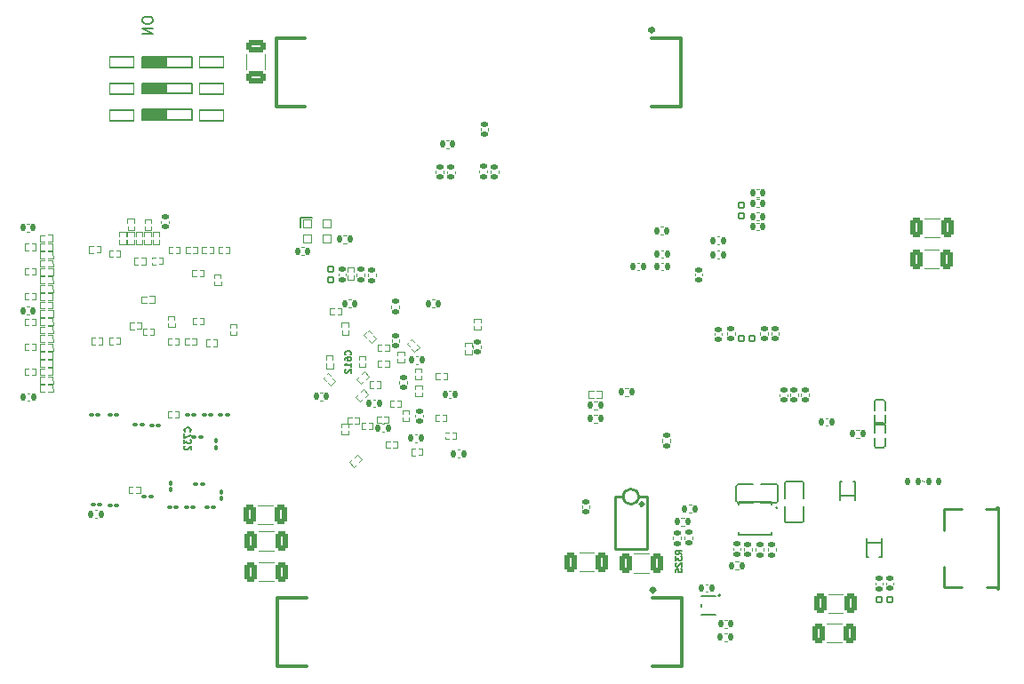
<source format=gbr>
%TF.GenerationSoftware,KiCad,Pcbnew,8.0.6*%
%TF.CreationDate,2025-01-12T20:29:38+06:00*%
%TF.ProjectId,zynq_soc_board_v1,7a796e71-5f73-46f6-935f-626f6172645f,rev?*%
%TF.SameCoordinates,Original*%
%TF.FileFunction,Legend,Bot*%
%TF.FilePolarity,Positive*%
%FSLAX46Y46*%
G04 Gerber Fmt 4.6, Leading zero omitted, Abs format (unit mm)*
G04 Created by KiCad (PCBNEW 8.0.6) date 2025-01-12 20:29:38*
%MOMM*%
%LPD*%
G01*
G04 APERTURE LIST*
G04 Aperture macros list*
%AMRoundRect*
0 Rectangle with rounded corners*
0 $1 Rounding radius*
0 $2 $3 $4 $5 $6 $7 $8 $9 X,Y pos of 4 corners*
0 Add a 4 corners polygon primitive as box body*
4,1,4,$2,$3,$4,$5,$6,$7,$8,$9,$2,$3,0*
0 Add four circle primitives for the rounded corners*
1,1,$1+$1,$2,$3*
1,1,$1+$1,$4,$5*
1,1,$1+$1,$6,$7*
1,1,$1+$1,$8,$9*
0 Add four rect primitives between the rounded corners*
20,1,$1+$1,$2,$3,$4,$5,0*
20,1,$1+$1,$4,$5,$6,$7,0*
20,1,$1+$1,$6,$7,$8,$9,0*
20,1,$1+$1,$8,$9,$2,$3,0*%
%AMRotRect*
0 Rectangle, with rotation*
0 The origin of the aperture is its center*
0 $1 length*
0 $2 width*
0 $3 Rotation angle, in degrees counterclockwise*
0 Add horizontal line*
21,1,$1,$2,0,0,$3*%
G04 Aperture macros list end*
%ADD10C,0.150000*%
%ADD11C,0.050000*%
%ADD12C,0.120000*%
%ADD13C,0.250000*%
%ADD14C,0.300000*%
%ADD15C,0.100000*%
%ADD16C,0.400000*%
%ADD17C,0.200000*%
%ADD18C,0.000000*%
%ADD19C,0.175000*%
%ADD20C,3.200000*%
%ADD21C,2.000000*%
%ADD22C,3.250000*%
%ADD23C,1.750000*%
%ADD24C,1.900000*%
%ADD25C,2.700000*%
%ADD26C,1.100000*%
%ADD27O,2.100000X1.100000*%
%ADD28O,2.000000X4.600000*%
%ADD29O,4.600000X2.000000*%
%ADD30R,0.370000X0.320000*%
%ADD31RoundRect,0.135000X-0.135000X-0.185000X0.135000X-0.185000X0.135000X0.185000X-0.135000X0.185000X0*%
%ADD32R,0.320000X0.370000*%
%ADD33R,0.320000X0.300000*%
%ADD34O,1.950000X0.570000*%
%ADD35R,0.300000X0.320000*%
%ADD36RoundRect,0.140000X0.140000X0.170000X-0.140000X0.170000X-0.140000X-0.170000X0.140000X-0.170000X0*%
%ADD37RoundRect,0.140000X-0.170000X0.140000X-0.170000X-0.140000X0.170000X-0.140000X0.170000X0.140000X0*%
%ADD38RoundRect,0.100000X-0.130000X-0.100000X0.130000X-0.100000X0.130000X0.100000X-0.130000X0.100000X0*%
%ADD39RotRect,0.370000X0.320000X45.000000*%
%ADD40RoundRect,0.100000X-0.100000X0.130000X-0.100000X-0.130000X0.100000X-0.130000X0.100000X0.130000X0*%
%ADD41RoundRect,0.100000X0.130000X0.100000X-0.130000X0.100000X-0.130000X-0.100000X0.130000X-0.100000X0*%
%ADD42RotRect,0.370000X0.320000X135.000000*%
%ADD43RoundRect,0.250000X-0.325000X-0.650000X0.325000X-0.650000X0.325000X0.650000X-0.325000X0.650000X0*%
%ADD44RoundRect,0.140000X0.170000X-0.140000X0.170000X0.140000X-0.170000X0.140000X-0.170000X-0.140000X0*%
%ADD45RoundRect,0.140000X-0.140000X-0.170000X0.140000X-0.170000X0.140000X0.170000X-0.140000X0.170000X0*%
%ADD46RoundRect,0.135000X0.185000X-0.135000X0.185000X0.135000X-0.185000X0.135000X-0.185000X-0.135000X0*%
%ADD47RoundRect,0.075000X0.225000X0.275000X-0.225000X0.275000X-0.225000X-0.275000X0.225000X-0.275000X0*%
%ADD48C,0.650000*%
%ADD49R,1.900000X1.500000*%
%ADD50R,1.900000X1.900000*%
%ADD51R,1.350000X0.400000*%
%ADD52RoundRect,0.250000X0.325000X0.650000X-0.325000X0.650000X-0.325000X-0.650000X0.325000X-0.650000X0*%
%ADD53R,0.540000X0.790000*%
%ADD54R,0.660000X0.280000*%
%ADD55R,1.500000X2.300000*%
%ADD56RoundRect,0.135000X-0.185000X0.135000X-0.185000X-0.135000X0.185000X-0.135000X0.185000X0.135000X0*%
%ADD57R,1.410000X1.350000*%
%ADD58RoundRect,0.147500X-0.147500X-0.172500X0.147500X-0.172500X0.147500X0.172500X-0.147500X0.172500X0*%
%ADD59RotRect,0.370000X0.320000X225.000000*%
%ADD60RoundRect,0.075000X0.275000X-0.225000X0.275000X0.225000X-0.275000X0.225000X-0.275000X-0.225000X0*%
%ADD61R,0.750000X1.000000*%
%ADD62R,1.350000X1.410000*%
%ADD63RoundRect,0.135000X0.135000X0.185000X-0.135000X0.185000X-0.135000X-0.185000X0.135000X-0.185000X0*%
%ADD64R,0.500000X2.000000*%
%ADD65R,0.580000X0.280000*%
%ADD66RoundRect,0.147500X0.147500X0.172500X-0.147500X0.172500X-0.147500X-0.172500X0.147500X-0.172500X0*%
%ADD67RoundRect,0.250000X-0.650000X0.325000X-0.650000X-0.325000X0.650000X-0.325000X0.650000X0.325000X0*%
%ADD68RoundRect,0.040000X-0.410000X-0.360000X0.410000X-0.360000X0.410000X0.360000X-0.410000X0.360000X0*%
%ADD69RoundRect,0.056500X-1.163500X0.508500X-1.163500X-0.508500X1.163500X-0.508500X1.163500X0.508500X0*%
G04 APERTURE END LIST*
D10*
X146952628Y-91248571D02*
X146981200Y-91219999D01*
X146981200Y-91219999D02*
X147009771Y-91134285D01*
X147009771Y-91134285D02*
X147009771Y-91077142D01*
X147009771Y-91077142D02*
X146981200Y-90991428D01*
X146981200Y-90991428D02*
X146924057Y-90934285D01*
X146924057Y-90934285D02*
X146866914Y-90905714D01*
X146866914Y-90905714D02*
X146752628Y-90877142D01*
X146752628Y-90877142D02*
X146666914Y-90877142D01*
X146666914Y-90877142D02*
X146552628Y-90905714D01*
X146552628Y-90905714D02*
X146495485Y-90934285D01*
X146495485Y-90934285D02*
X146438342Y-90991428D01*
X146438342Y-90991428D02*
X146409771Y-91077142D01*
X146409771Y-91077142D02*
X146409771Y-91134285D01*
X146409771Y-91134285D02*
X146438342Y-91219999D01*
X146438342Y-91219999D02*
X146466914Y-91248571D01*
X146409771Y-91762857D02*
X146409771Y-91648571D01*
X146409771Y-91648571D02*
X146438342Y-91591428D01*
X146438342Y-91591428D02*
X146466914Y-91562857D01*
X146466914Y-91562857D02*
X146552628Y-91505714D01*
X146552628Y-91505714D02*
X146666914Y-91477142D01*
X146666914Y-91477142D02*
X146895485Y-91477142D01*
X146895485Y-91477142D02*
X146952628Y-91505714D01*
X146952628Y-91505714D02*
X146981200Y-91534285D01*
X146981200Y-91534285D02*
X147009771Y-91591428D01*
X147009771Y-91591428D02*
X147009771Y-91705714D01*
X147009771Y-91705714D02*
X146981200Y-91762857D01*
X146981200Y-91762857D02*
X146952628Y-91791428D01*
X146952628Y-91791428D02*
X146895485Y-91819999D01*
X146895485Y-91819999D02*
X146752628Y-91819999D01*
X146752628Y-91819999D02*
X146695485Y-91791428D01*
X146695485Y-91791428D02*
X146666914Y-91762857D01*
X146666914Y-91762857D02*
X146638342Y-91705714D01*
X146638342Y-91705714D02*
X146638342Y-91591428D01*
X146638342Y-91591428D02*
X146666914Y-91534285D01*
X146666914Y-91534285D02*
X146695485Y-91505714D01*
X146695485Y-91505714D02*
X146752628Y-91477142D01*
X147009771Y-92391428D02*
X147009771Y-92048571D01*
X147009771Y-92220000D02*
X146409771Y-92220000D01*
X146409771Y-92220000D02*
X146495485Y-92162857D01*
X146495485Y-92162857D02*
X146552628Y-92105714D01*
X146552628Y-92105714D02*
X146581200Y-92048571D01*
X146466914Y-92620000D02*
X146438342Y-92648572D01*
X146438342Y-92648572D02*
X146409771Y-92705715D01*
X146409771Y-92705715D02*
X146409771Y-92848572D01*
X146409771Y-92848572D02*
X146438342Y-92905715D01*
X146438342Y-92905715D02*
X146466914Y-92934286D01*
X146466914Y-92934286D02*
X146524057Y-92962857D01*
X146524057Y-92962857D02*
X146581200Y-92962857D01*
X146581200Y-92962857D02*
X146666914Y-92934286D01*
X146666914Y-92934286D02*
X147009771Y-92591429D01*
X147009771Y-92591429D02*
X147009771Y-92962857D01*
X131662628Y-98558571D02*
X131691200Y-98529999D01*
X131691200Y-98529999D02*
X131719771Y-98444285D01*
X131719771Y-98444285D02*
X131719771Y-98387142D01*
X131719771Y-98387142D02*
X131691200Y-98301428D01*
X131691200Y-98301428D02*
X131634057Y-98244285D01*
X131634057Y-98244285D02*
X131576914Y-98215714D01*
X131576914Y-98215714D02*
X131462628Y-98187142D01*
X131462628Y-98187142D02*
X131376914Y-98187142D01*
X131376914Y-98187142D02*
X131262628Y-98215714D01*
X131262628Y-98215714D02*
X131205485Y-98244285D01*
X131205485Y-98244285D02*
X131148342Y-98301428D01*
X131148342Y-98301428D02*
X131119771Y-98387142D01*
X131119771Y-98387142D02*
X131119771Y-98444285D01*
X131119771Y-98444285D02*
X131148342Y-98529999D01*
X131148342Y-98529999D02*
X131176914Y-98558571D01*
X131119771Y-98758571D02*
X131119771Y-99158571D01*
X131119771Y-99158571D02*
X131719771Y-98901428D01*
X131119771Y-99330000D02*
X131119771Y-99701428D01*
X131119771Y-99701428D02*
X131348342Y-99501428D01*
X131348342Y-99501428D02*
X131348342Y-99587143D01*
X131348342Y-99587143D02*
X131376914Y-99644286D01*
X131376914Y-99644286D02*
X131405485Y-99672857D01*
X131405485Y-99672857D02*
X131462628Y-99701428D01*
X131462628Y-99701428D02*
X131605485Y-99701428D01*
X131605485Y-99701428D02*
X131662628Y-99672857D01*
X131662628Y-99672857D02*
X131691200Y-99644286D01*
X131691200Y-99644286D02*
X131719771Y-99587143D01*
X131719771Y-99587143D02*
X131719771Y-99415714D01*
X131719771Y-99415714D02*
X131691200Y-99358571D01*
X131691200Y-99358571D02*
X131662628Y-99330000D01*
X131176914Y-99930000D02*
X131148342Y-99958572D01*
X131148342Y-99958572D02*
X131119771Y-100015715D01*
X131119771Y-100015715D02*
X131119771Y-100158572D01*
X131119771Y-100158572D02*
X131148342Y-100215715D01*
X131148342Y-100215715D02*
X131176914Y-100244286D01*
X131176914Y-100244286D02*
X131234057Y-100272857D01*
X131234057Y-100272857D02*
X131291200Y-100272857D01*
X131291200Y-100272857D02*
X131376914Y-100244286D01*
X131376914Y-100244286D02*
X131719771Y-99901429D01*
X131719771Y-99901429D02*
X131719771Y-100272857D01*
X178489771Y-110278571D02*
X178204057Y-110078571D01*
X178489771Y-109935714D02*
X177889771Y-109935714D01*
X177889771Y-109935714D02*
X177889771Y-110164285D01*
X177889771Y-110164285D02*
X177918342Y-110221428D01*
X177918342Y-110221428D02*
X177946914Y-110249999D01*
X177946914Y-110249999D02*
X178004057Y-110278571D01*
X178004057Y-110278571D02*
X178089771Y-110278571D01*
X178089771Y-110278571D02*
X178146914Y-110249999D01*
X178146914Y-110249999D02*
X178175485Y-110221428D01*
X178175485Y-110221428D02*
X178204057Y-110164285D01*
X178204057Y-110164285D02*
X178204057Y-109935714D01*
X177889771Y-110478571D02*
X177889771Y-110849999D01*
X177889771Y-110849999D02*
X178118342Y-110649999D01*
X178118342Y-110649999D02*
X178118342Y-110735714D01*
X178118342Y-110735714D02*
X178146914Y-110792857D01*
X178146914Y-110792857D02*
X178175485Y-110821428D01*
X178175485Y-110821428D02*
X178232628Y-110849999D01*
X178232628Y-110849999D02*
X178375485Y-110849999D01*
X178375485Y-110849999D02*
X178432628Y-110821428D01*
X178432628Y-110821428D02*
X178461200Y-110792857D01*
X178461200Y-110792857D02*
X178489771Y-110735714D01*
X178489771Y-110735714D02*
X178489771Y-110564285D01*
X178489771Y-110564285D02*
X178461200Y-110507142D01*
X178461200Y-110507142D02*
X178432628Y-110478571D01*
X177946914Y-111078571D02*
X177918342Y-111107143D01*
X177918342Y-111107143D02*
X177889771Y-111164286D01*
X177889771Y-111164286D02*
X177889771Y-111307143D01*
X177889771Y-111307143D02*
X177918342Y-111364286D01*
X177918342Y-111364286D02*
X177946914Y-111392857D01*
X177946914Y-111392857D02*
X178004057Y-111421428D01*
X178004057Y-111421428D02*
X178061200Y-111421428D01*
X178061200Y-111421428D02*
X178146914Y-111392857D01*
X178146914Y-111392857D02*
X178489771Y-111050000D01*
X178489771Y-111050000D02*
X178489771Y-111421428D01*
X177889771Y-111964286D02*
X177889771Y-111678572D01*
X177889771Y-111678572D02*
X178175485Y-111650000D01*
X178175485Y-111650000D02*
X178146914Y-111678572D01*
X178146914Y-111678572D02*
X178118342Y-111735715D01*
X178118342Y-111735715D02*
X178118342Y-111878572D01*
X178118342Y-111878572D02*
X178146914Y-111935715D01*
X178146914Y-111935715D02*
X178175485Y-111964286D01*
X178175485Y-111964286D02*
X178232628Y-111992857D01*
X178232628Y-111992857D02*
X178375485Y-111992857D01*
X178375485Y-111992857D02*
X178432628Y-111964286D01*
X178432628Y-111964286D02*
X178461200Y-111935715D01*
X178461200Y-111935715D02*
X178489771Y-111878572D01*
X178489771Y-111878572D02*
X178489771Y-111735715D01*
X178489771Y-111735715D02*
X178461200Y-111678572D01*
X178461200Y-111678572D02*
X178432628Y-111650000D01*
D11*
%TO.C,C718*%
X133170000Y-89820000D02*
X133530000Y-89820000D01*
X133170000Y-90430000D02*
X133170000Y-89820000D01*
X133530000Y-90430000D02*
X133170000Y-90430000D01*
X133860000Y-90430000D02*
X134220000Y-90430000D01*
X134220000Y-89810000D02*
X133860000Y-89810000D01*
X134220000Y-90430000D02*
X134220000Y-89810000D01*
D12*
%TO.C,R326*%
X178713641Y-106780000D02*
X178406359Y-106780000D01*
X178713641Y-107540000D02*
X178406359Y-107540000D01*
D11*
%TO.C,C226*%
X146090000Y-97800000D02*
X146090000Y-98160000D01*
X146100000Y-98850000D02*
X146100000Y-98490000D01*
X146710000Y-97800000D02*
X146090000Y-97800000D01*
X146710000Y-98160000D02*
X146710000Y-97800000D01*
X146710000Y-98490000D02*
X146710000Y-98850000D01*
X146710000Y-98850000D02*
X146100000Y-98850000D01*
%TO.C,R606*%
X125660000Y-79515000D02*
X126310000Y-79515000D01*
X125660000Y-79965000D02*
X125660000Y-79515000D01*
X125660000Y-80295000D02*
X125660000Y-80745000D01*
X125660000Y-80745000D02*
X126320000Y-80735000D01*
X126310000Y-79515000D02*
X126310000Y-79965000D01*
X126320000Y-80735000D02*
X126320000Y-80285000D01*
%TO.C,C612*%
X147720000Y-91370000D02*
X148330000Y-91370000D01*
X147720000Y-91730000D02*
X147720000Y-91370000D01*
X147720000Y-92060000D02*
X147720000Y-92420000D01*
X147720000Y-92420000D02*
X148340000Y-92420000D01*
X148330000Y-91370000D02*
X148330000Y-91730000D01*
X148340000Y-92420000D02*
X148340000Y-92060000D01*
D13*
%TO.C,U301*%
X172155000Y-109775000D02*
X172155000Y-104775000D01*
X172925000Y-104775000D02*
X172155000Y-104775000D01*
X174385000Y-104775000D02*
X175155000Y-104775000D01*
X175155000Y-109775000D02*
X172155000Y-109775000D01*
X175155000Y-109775000D02*
X175155000Y-104775000D01*
X172925000Y-104775000D02*
G75*
G02*
X172925111Y-104787740I730000J-10D01*
G01*
D14*
X174825000Y-105495000D02*
G75*
G02*
X174525000Y-105495000I-150000J0D01*
G01*
X174525000Y-105495000D02*
G75*
G02*
X174825000Y-105495000I150000J0D01*
G01*
D11*
%TO.C,R609*%
X117345000Y-90990000D02*
X117795000Y-90990000D01*
X117345000Y-91640000D02*
X117345000Y-90990000D01*
X117795000Y-91640000D02*
X117345000Y-91640000D01*
X118125000Y-91640000D02*
X118575000Y-91640000D01*
X118565000Y-90980000D02*
X118115000Y-90980000D01*
X118575000Y-91640000D02*
X118565000Y-90980000D01*
%TO.C,R623*%
X117365000Y-87770000D02*
X117815000Y-87770000D01*
X117365000Y-88420000D02*
X117365000Y-87770000D01*
X117815000Y-88420000D02*
X117365000Y-88420000D01*
X118145000Y-88420000D02*
X118595000Y-88420000D01*
X118585000Y-87760000D02*
X118135000Y-87760000D01*
X118595000Y-88420000D02*
X118585000Y-87760000D01*
D12*
%TO.C,C405*%
X142282164Y-81020000D02*
X142497836Y-81020000D01*
X142282164Y-81740000D02*
X142497836Y-81740000D01*
D11*
%TO.C,C227*%
X146680000Y-97220000D02*
X147040000Y-97220000D01*
X146680000Y-97830000D02*
X146680000Y-97220000D01*
X147040000Y-97830000D02*
X146680000Y-97830000D01*
X147370000Y-97830000D02*
X147730000Y-97830000D01*
X147730000Y-97210000D02*
X147370000Y-97210000D01*
X147730000Y-97830000D02*
X147730000Y-97210000D01*
%TO.C,C701*%
X129620000Y-80980000D02*
X129980000Y-80980000D01*
X129620000Y-81590000D02*
X129620000Y-80980000D01*
X129980000Y-81590000D02*
X129620000Y-81590000D01*
X130310000Y-81590000D02*
X130670000Y-81590000D01*
X130670000Y-80970000D02*
X130310000Y-80970000D01*
X130670000Y-81590000D02*
X130670000Y-80970000D01*
%TO.C,C244*%
X155930000Y-98640000D02*
X155930000Y-99260000D01*
X155930000Y-99260000D02*
X156290000Y-99260000D01*
X156290000Y-98640000D02*
X155930000Y-98640000D01*
X156620000Y-98640000D02*
X156980000Y-98640000D01*
X156980000Y-98640000D02*
X156980000Y-99250000D01*
X156980000Y-99250000D02*
X156620000Y-99250000D01*
D12*
%TO.C,C409*%
X159210000Y-73897836D02*
X159210000Y-73682164D01*
X159930000Y-73897836D02*
X159930000Y-73682164D01*
D11*
%TO.C,R608*%
X117365000Y-83810000D02*
X117815000Y-83810000D01*
X117365000Y-84460000D02*
X117365000Y-83810000D01*
X117815000Y-84460000D02*
X117365000Y-84460000D01*
X118145000Y-84460000D02*
X118595000Y-84460000D01*
X118585000Y-83800000D02*
X118135000Y-83800000D01*
X118595000Y-84460000D02*
X118585000Y-83800000D01*
%TO.C,C709*%
X134380000Y-80980000D02*
X134380000Y-81600000D01*
X134380000Y-81600000D02*
X134740000Y-81600000D01*
X134740000Y-80980000D02*
X134380000Y-80980000D01*
X135070000Y-80980000D02*
X135430000Y-80980000D01*
X135430000Y-80980000D02*
X135430000Y-81590000D01*
X135430000Y-81590000D02*
X135070000Y-81590000D01*
%TO.C,C228*%
X145000000Y-86810000D02*
X145360000Y-86810000D01*
X145000000Y-87420000D02*
X145000000Y-86810000D01*
X145360000Y-87420000D02*
X145000000Y-87420000D01*
X145690000Y-87420000D02*
X146050000Y-87420000D01*
X146050000Y-86800000D02*
X145690000Y-86800000D01*
X146050000Y-87420000D02*
X146050000Y-86800000D01*
%TO.C,C231*%
X147492182Y-93613554D02*
X147746741Y-93358995D01*
X147923518Y-94044889D02*
X147492182Y-93613554D01*
X148178076Y-93790330D02*
X147923518Y-94044889D01*
X148227573Y-92864020D02*
X147973015Y-93118579D01*
X148411421Y-93556985D02*
X148665980Y-93302427D01*
X148665980Y-93302427D02*
X148227573Y-92864020D01*
%TO.C,R619*%
X117365000Y-84610000D02*
X117815000Y-84610000D01*
X117365000Y-85260000D02*
X117365000Y-84610000D01*
X117815000Y-85260000D02*
X117365000Y-85260000D01*
X118145000Y-85260000D02*
X118595000Y-85260000D01*
X118585000Y-84600000D02*
X118135000Y-84600000D01*
X118595000Y-85260000D02*
X118585000Y-84600000D01*
%TO.C,C217*%
X149550000Y-90260000D02*
X149910000Y-90260000D01*
X149550000Y-90870000D02*
X149550000Y-90260000D01*
X149910000Y-90870000D02*
X149550000Y-90870000D01*
X150240000Y-90870000D02*
X150600000Y-90870000D01*
X150600000Y-90250000D02*
X150240000Y-90250000D01*
X150600000Y-90870000D02*
X150600000Y-90250000D01*
%TO.C,C215*%
X148213101Y-89381508D02*
X148467660Y-89636066D01*
X148651508Y-88943101D02*
X148213101Y-89381508D01*
X148906066Y-89197660D02*
X148651508Y-88943101D01*
X148962635Y-90116899D02*
X148708076Y-89862340D01*
X149139411Y-89431005D02*
X149393970Y-89685563D01*
X149393970Y-89685563D02*
X148962635Y-90116899D01*
%TO.C,R610*%
X117365000Y-90210000D02*
X117815000Y-90210000D01*
X117365000Y-90860000D02*
X117365000Y-90210000D01*
X117815000Y-90860000D02*
X117365000Y-90860000D01*
X118145000Y-90860000D02*
X118595000Y-90860000D01*
X118585000Y-90200000D02*
X118135000Y-90200000D01*
X118595000Y-90860000D02*
X118585000Y-90200000D01*
D12*
%TO.C,C212*%
X170136252Y-111910000D02*
X168713748Y-111910000D01*
X170136252Y-110090000D02*
X168713748Y-110090000D01*
%TO.C,C903*%
X187830000Y-95207836D02*
X187830000Y-94992164D01*
X188550000Y-95207836D02*
X188550000Y-94992164D01*
D11*
%TO.C,C218*%
X149550000Y-91810000D02*
X149910000Y-91810000D01*
X149550000Y-92420000D02*
X149550000Y-91810000D01*
X149910000Y-92420000D02*
X149550000Y-92420000D01*
X150240000Y-92420000D02*
X150600000Y-92420000D01*
X150600000Y-91800000D02*
X150240000Y-91800000D01*
X150600000Y-92420000D02*
X150600000Y-91800000D01*
D12*
%TO.C,C408*%
X156160000Y-73742164D02*
X156160000Y-73957836D01*
X156880000Y-73742164D02*
X156880000Y-73957836D01*
D11*
%TO.C,C242*%
X150320000Y-99520000D02*
X150320000Y-100140000D01*
X150320000Y-100140000D02*
X150680000Y-100140000D01*
X150680000Y-99520000D02*
X150320000Y-99520000D01*
X151010000Y-99520000D02*
X151370000Y-99520000D01*
X151370000Y-99520000D02*
X151370000Y-100130000D01*
X151370000Y-100130000D02*
X151010000Y-100130000D01*
D12*
%TO.C,C816*%
X185847836Y-76430000D02*
X185632164Y-76430000D01*
X185847836Y-77150000D02*
X185632164Y-77150000D01*
D11*
%TO.C,R621*%
X117345000Y-86200000D02*
X117795000Y-86200000D01*
X117345000Y-86850000D02*
X117345000Y-86200000D01*
X117795000Y-86850000D02*
X117345000Y-86850000D01*
X118125000Y-86850000D02*
X118575000Y-86850000D01*
X118565000Y-86190000D02*
X118115000Y-86190000D01*
X118575000Y-86850000D02*
X118565000Y-86190000D01*
%TO.C,C607*%
X115930000Y-85390000D02*
X115930000Y-86010000D01*
X115930000Y-86010000D02*
X116290000Y-86010000D01*
X116290000Y-85390000D02*
X115930000Y-85390000D01*
X116620000Y-85390000D02*
X116980000Y-85390000D01*
X116980000Y-85390000D02*
X116980000Y-86000000D01*
X116980000Y-86000000D02*
X116620000Y-86000000D01*
D12*
%TO.C,R324*%
X178760000Y-108546359D02*
X178760000Y-108853641D01*
X179520000Y-108546359D02*
X179520000Y-108853641D01*
D11*
%TO.C,R617*%
X117365000Y-89400000D02*
X117815000Y-89400000D01*
X117365000Y-90050000D02*
X117365000Y-89400000D01*
X117815000Y-90050000D02*
X117365000Y-90050000D01*
X118145000Y-90050000D02*
X118595000Y-90050000D01*
X118585000Y-89390000D02*
X118135000Y-89390000D01*
X118595000Y-90050000D02*
X118585000Y-89390000D01*
D12*
%TO.C,C804*%
X181842164Y-81340000D02*
X182057836Y-81340000D01*
X181842164Y-82060000D02*
X182057836Y-82060000D01*
D13*
%TO.C,J301*%
X203500000Y-107960000D02*
X203500000Y-105930000D01*
X203500000Y-113430000D02*
X203500000Y-111430000D01*
X205140000Y-113430000D02*
X203500000Y-113430000D01*
X205200000Y-105930000D02*
X203500000Y-105930000D01*
X207440000Y-105970000D02*
X208380000Y-105970000D01*
X208380000Y-105970000D02*
X208570000Y-105780000D01*
X208450000Y-113430000D02*
X207510000Y-113430000D01*
X208480000Y-113430000D02*
X208450000Y-113430000D01*
X208570000Y-105780000D02*
X208630000Y-105780000D01*
X208630000Y-105780000D02*
X208630000Y-113580000D01*
X208630000Y-113580000D02*
X208480000Y-113430000D01*
D11*
%TO.C,C206*%
X153100000Y-92560000D02*
X153100000Y-92920000D01*
X153110000Y-93610000D02*
X153110000Y-93250000D01*
X153720000Y-92560000D02*
X153100000Y-92560000D01*
X153720000Y-92920000D02*
X153720000Y-92560000D01*
X153720000Y-93250000D02*
X153720000Y-93610000D01*
X153720000Y-93610000D02*
X153110000Y-93610000D01*
D12*
%TO.C,C316*%
X169000000Y-105837836D02*
X169000000Y-105622164D01*
X169720000Y-105837836D02*
X169720000Y-105622164D01*
%TO.C,C248*%
X173933748Y-110210000D02*
X175356252Y-110210000D01*
X173933748Y-112030000D02*
X175356252Y-112030000D01*
D11*
%TO.C,C703*%
X122050000Y-80910000D02*
X122050000Y-81530000D01*
X122050000Y-81530000D02*
X122410000Y-81530000D01*
X122410000Y-80910000D02*
X122050000Y-80910000D01*
X122740000Y-80910000D02*
X123100000Y-80910000D01*
X123100000Y-80910000D02*
X123100000Y-81520000D01*
X123100000Y-81520000D02*
X122740000Y-81520000D01*
%TO.C,C601*%
X127340000Y-78340000D02*
X127340000Y-78700000D01*
X127350000Y-79390000D02*
X127350000Y-79030000D01*
X127960000Y-78340000D02*
X127340000Y-78340000D01*
X127960000Y-78700000D02*
X127960000Y-78340000D01*
X127960000Y-79030000D02*
X127960000Y-79390000D01*
X127960000Y-79390000D02*
X127350000Y-79390000D01*
%TO.C,C717*%
X131190000Y-89700000D02*
X131190000Y-90320000D01*
X131190000Y-90320000D02*
X131550000Y-90320000D01*
X131550000Y-89700000D02*
X131190000Y-89700000D01*
X131880000Y-89700000D02*
X132240000Y-89700000D01*
X132240000Y-89700000D02*
X132240000Y-90310000D01*
X132240000Y-90310000D02*
X131880000Y-90310000D01*
D12*
%TO.C,C817*%
X185817836Y-75490000D02*
X185602164Y-75490000D01*
X185817836Y-76210000D02*
X185602164Y-76210000D01*
%TO.C,R328*%
X176670000Y-99266359D02*
X176670000Y-99573641D01*
X177430000Y-99266359D02*
X177430000Y-99573641D01*
%TO.C,C236*%
X156517836Y-94690000D02*
X156302164Y-94690000D01*
X156517836Y-95410000D02*
X156302164Y-95410000D01*
%TO.C,C801*%
X176737836Y-82500000D02*
X176522164Y-82500000D01*
X176737836Y-83220000D02*
X176522164Y-83220000D01*
%TO.C,C901*%
X192172164Y-97290000D02*
X192387836Y-97290000D01*
X192172164Y-98010000D02*
X192387836Y-98010000D01*
D11*
%TO.C,C720*%
X129570000Y-87580000D02*
X130180000Y-87580000D01*
X129570000Y-87940000D02*
X129570000Y-87580000D01*
X129570000Y-88270000D02*
X129570000Y-88630000D01*
X129570000Y-88630000D02*
X130190000Y-88630000D01*
X130180000Y-87580000D02*
X130180000Y-87940000D01*
X130190000Y-88630000D02*
X130190000Y-88270000D01*
D10*
%TO.C,D901*%
X196840000Y-95730000D02*
X196840000Y-96520000D01*
X196840000Y-97770000D02*
X196840000Y-96980000D01*
X197690000Y-95580000D02*
X196990000Y-95580000D01*
X197690000Y-97920000D02*
X196990000Y-97920000D01*
X197840000Y-96520000D02*
X197840000Y-95730000D01*
X197840000Y-96980000D02*
X197840000Y-97770000D01*
X196840000Y-95730000D02*
G75*
G02*
X196990000Y-95580000I150000J0D01*
G01*
X196990000Y-97920000D02*
G75*
G02*
X196840000Y-97770000I0J150000D01*
G01*
X197690000Y-95580000D02*
G75*
G02*
X197840000Y-95730000I0J-150000D01*
G01*
X197840000Y-97770000D02*
G75*
G02*
X197690000Y-97920000I-150000J0D01*
G01*
D12*
%TO.C,C247*%
X153072164Y-98850000D02*
X153287836Y-98850000D01*
X153072164Y-99570000D02*
X153287836Y-99570000D01*
D11*
%TO.C,C715*%
X127180000Y-88770000D02*
X127540000Y-88770000D01*
X127180000Y-89380000D02*
X127180000Y-88770000D01*
X127540000Y-89380000D02*
X127180000Y-89380000D01*
X127870000Y-89380000D02*
X128230000Y-89380000D01*
X128230000Y-88760000D02*
X127870000Y-88760000D01*
X128230000Y-89380000D02*
X128230000Y-88760000D01*
D10*
%TO.C,U100*%
X183900000Y-105260000D02*
X187060000Y-105260000D01*
X183900000Y-105510000D02*
X183900000Y-105260000D01*
X183900000Y-108170000D02*
X183900000Y-108420000D01*
X183900000Y-108420000D02*
X187060000Y-108420000D01*
X187060000Y-105260000D02*
X187060000Y-105510000D01*
X187060000Y-108420000D02*
X187060000Y-108170000D01*
X187590000Y-105840000D02*
G75*
G02*
X187450000Y-105840000I-70000J0D01*
G01*
X187450000Y-105840000D02*
G75*
G02*
X187590000Y-105840000I70000J0D01*
G01*
D12*
%TO.C,C216*%
X145780000Y-83502164D02*
X145780000Y-83717836D01*
X146500000Y-83502164D02*
X146500000Y-83717836D01*
%TO.C,R101*%
X186690000Y-109973641D02*
X186690000Y-109666359D01*
X187450000Y-109973641D02*
X187450000Y-109666359D01*
D11*
%TO.C,C613*%
X147423101Y-95302635D02*
X147677660Y-95048076D01*
X147854437Y-95733970D02*
X147423101Y-95302635D01*
X148108995Y-95479411D02*
X147854437Y-95733970D01*
X148158492Y-94553101D02*
X147903934Y-94807660D01*
X148342340Y-95246066D02*
X148596899Y-94991508D01*
X148596899Y-94991508D02*
X148158492Y-94553101D01*
%TO.C,R604*%
X117325000Y-85420000D02*
X117775000Y-85420000D01*
X117325000Y-86070000D02*
X117325000Y-85420000D01*
X117775000Y-86070000D02*
X117325000Y-86070000D01*
X118105000Y-86070000D02*
X118555000Y-86070000D01*
X118545000Y-85410000D02*
X118095000Y-85410000D01*
X118555000Y-86070000D02*
X118545000Y-85410000D01*
%TO.C,C245*%
X147980000Y-97750000D02*
X147980000Y-98370000D01*
X147980000Y-98370000D02*
X148340000Y-98370000D01*
X148340000Y-97750000D02*
X147980000Y-97750000D01*
X148670000Y-97750000D02*
X149030000Y-97750000D01*
X149030000Y-97750000D02*
X149030000Y-98360000D01*
X149030000Y-98360000D02*
X148670000Y-98360000D01*
%TO.C,C710*%
X131880000Y-83150000D02*
X131880000Y-83770000D01*
X131880000Y-83770000D02*
X132240000Y-83770000D01*
X132240000Y-83150000D02*
X131880000Y-83150000D01*
X132570000Y-83150000D02*
X132930000Y-83150000D01*
X132930000Y-83150000D02*
X132930000Y-83760000D01*
X132930000Y-83760000D02*
X132570000Y-83760000D01*
D12*
%TO.C,C224*%
X192293748Y-116870000D02*
X193716252Y-116870000D01*
X192293748Y-118690000D02*
X193716252Y-118690000D01*
D11*
%TO.C,C719*%
X135460000Y-88350000D02*
X136070000Y-88350000D01*
X135460000Y-88710000D02*
X135460000Y-88350000D01*
X135460000Y-89040000D02*
X135460000Y-89400000D01*
X135460000Y-89400000D02*
X136080000Y-89400000D01*
X136070000Y-88350000D02*
X136070000Y-88710000D01*
X136080000Y-89400000D02*
X136080000Y-89040000D01*
D12*
%TO.C,R427*%
X150810000Y-86843641D02*
X150810000Y-86536359D01*
X151570000Y-86843641D02*
X151570000Y-86536359D01*
D10*
%TO.C,C103*%
X183690000Y-105220000D02*
X183690000Y-103720000D01*
X183840000Y-103570000D02*
X185250000Y-103570000D01*
X185250000Y-105370000D02*
X183840000Y-105370000D01*
X186050000Y-105370000D02*
X187460000Y-105370000D01*
X187460000Y-103570000D02*
X186050000Y-103570000D01*
X187610000Y-105220000D02*
X187610000Y-103720000D01*
X183690000Y-103720000D02*
G75*
G02*
X183840000Y-103570000I150000J0D01*
G01*
X183840000Y-105370000D02*
G75*
G02*
X183690000Y-105220000I0J150000D01*
G01*
X187460000Y-103570000D02*
G75*
G02*
X187610000Y-103720000I0J-150000D01*
G01*
X187610000Y-105220000D02*
G75*
G02*
X187460000Y-105370000I-150000J0D01*
G01*
D12*
%TO.C,R400*%
X148600000Y-83813641D02*
X148600000Y-83506359D01*
X149360000Y-83813641D02*
X149360000Y-83506359D01*
D11*
%TO.C,C708*%
X132810000Y-80980000D02*
X132810000Y-81600000D01*
X132810000Y-81600000D02*
X133170000Y-81600000D01*
X133170000Y-80980000D02*
X132810000Y-80980000D01*
X133500000Y-80980000D02*
X133860000Y-80980000D01*
X133860000Y-80980000D02*
X133860000Y-81590000D01*
X133860000Y-81590000D02*
X133500000Y-81590000D01*
D12*
%TO.C,R403*%
X182823641Y-117790000D02*
X182516359Y-117790000D01*
X182823641Y-118550000D02*
X182516359Y-118550000D01*
D15*
%TO.C,D306*%
X201477500Y-103320000D02*
G75*
G02*
X201377500Y-103320000I-50000J0D01*
G01*
X201377500Y-103320000D02*
G75*
G02*
X201477500Y-103320000I50000J0D01*
G01*
D11*
%TO.C,C239*%
X157860000Y-90140000D02*
X158470000Y-90140000D01*
X157860000Y-90500000D02*
X157860000Y-90140000D01*
X157860000Y-90830000D02*
X157860000Y-91190000D01*
X157860000Y-91190000D02*
X158480000Y-91190000D01*
X158470000Y-90140000D02*
X158470000Y-90500000D01*
X158480000Y-91190000D02*
X158480000Y-90830000D01*
D12*
%TO.C,C608*%
X128910000Y-78482164D02*
X128910000Y-78697836D01*
X129630000Y-78482164D02*
X129630000Y-78697836D01*
%TO.C,R903*%
X195423641Y-98410000D02*
X195116359Y-98410000D01*
X195423641Y-99170000D02*
X195116359Y-99170000D01*
%TO.C,C413*%
X160300000Y-73917836D02*
X160300000Y-73702164D01*
X161020000Y-73917836D02*
X161020000Y-73702164D01*
%TO.C,C802*%
X176727836Y-81310000D02*
X176512164Y-81310000D01*
X176727836Y-82030000D02*
X176512164Y-82030000D01*
%TO.C,C815*%
X182810000Y-89142164D02*
X182810000Y-89357836D01*
X183530000Y-89142164D02*
X183530000Y-89357836D01*
D11*
%TO.C,C603*%
X125700000Y-78300000D02*
X125700000Y-78660000D01*
X125710000Y-79350000D02*
X125710000Y-78990000D01*
X126320000Y-78300000D02*
X125700000Y-78300000D01*
X126320000Y-78660000D02*
X126320000Y-78300000D01*
X126320000Y-78990000D02*
X126320000Y-79350000D01*
X126320000Y-79350000D02*
X125710000Y-79350000D01*
%TO.C,C241*%
X155080000Y-92960000D02*
X155080000Y-93580000D01*
X155080000Y-93580000D02*
X155440000Y-93580000D01*
X155440000Y-92960000D02*
X155080000Y-92960000D01*
X155770000Y-92960000D02*
X156130000Y-92960000D01*
X156130000Y-92960000D02*
X156130000Y-93570000D01*
X156130000Y-93570000D02*
X155770000Y-93570000D01*
%TO.C,R600*%
X127035000Y-85680000D02*
X127485000Y-85680000D01*
X127035000Y-86330000D02*
X127035000Y-85680000D01*
X127485000Y-86330000D02*
X127035000Y-86330000D01*
X127815000Y-86330000D02*
X128265000Y-86330000D01*
X128255000Y-85670000D02*
X127805000Y-85670000D01*
X128265000Y-86330000D02*
X128255000Y-85670000D01*
%TO.C,C211*%
X146813101Y-101508492D02*
X147251508Y-101946899D01*
X147067660Y-101253934D02*
X146813101Y-101508492D01*
X147251508Y-101946899D02*
X147506066Y-101692340D01*
X147301005Y-101020589D02*
X147555563Y-100766030D01*
X147555563Y-100766030D02*
X147986899Y-101197365D01*
X147986899Y-101197365D02*
X147732340Y-101451924D01*
D12*
%TO.C,C200*%
X138223748Y-111020000D02*
X139646252Y-111020000D01*
X138223748Y-112840000D02*
X139646252Y-112840000D01*
%TO.C,C407*%
X155070000Y-73732164D02*
X155070000Y-73947836D01*
X155790000Y-73732164D02*
X155790000Y-73947836D01*
%TO.C,C805*%
X181852164Y-79990000D02*
X182067836Y-79990000D01*
X181852164Y-80710000D02*
X182067836Y-80710000D01*
%TO.C,C233*%
X138183748Y-109900000D02*
X139606252Y-109900000D01*
X138183748Y-108080000D02*
X139606252Y-108080000D01*
D11*
%TO.C,R622*%
X117375000Y-83010000D02*
X117825000Y-83010000D01*
X117375000Y-83660000D02*
X117375000Y-83010000D01*
X117825000Y-83660000D02*
X117375000Y-83660000D01*
X118155000Y-83660000D02*
X118605000Y-83660000D01*
X118595000Y-83000000D02*
X118145000Y-83000000D01*
X118605000Y-83660000D02*
X118595000Y-83000000D01*
%TO.C,C711*%
X133980000Y-83590000D02*
X134590000Y-83590000D01*
X133980000Y-83950000D02*
X133980000Y-83590000D01*
X133980000Y-84280000D02*
X133980000Y-84640000D01*
X133980000Y-84640000D02*
X134600000Y-84640000D01*
X134590000Y-83590000D02*
X134590000Y-83950000D01*
X134600000Y-84640000D02*
X134600000Y-84280000D01*
%TO.C,C238*%
X152720000Y-100220000D02*
X152720000Y-100840000D01*
X152720000Y-100840000D02*
X153080000Y-100840000D01*
X153080000Y-100220000D02*
X152720000Y-100220000D01*
X153410000Y-100220000D02*
X153770000Y-100220000D01*
X153770000Y-100220000D02*
X153770000Y-100830000D01*
X153770000Y-100830000D02*
X153410000Y-100830000D01*
%TO.C,R404*%
X146620000Y-82885000D02*
X147270000Y-82885000D01*
X146620000Y-83335000D02*
X146620000Y-82885000D01*
X146620000Y-83665000D02*
X146620000Y-84115000D01*
X146620000Y-84115000D02*
X147280000Y-84105000D01*
X147270000Y-82885000D02*
X147270000Y-83335000D01*
X147280000Y-84105000D02*
X147280000Y-83655000D01*
D10*
%TO.C,D305*%
X196080000Y-110510000D02*
X196080000Y-108750000D01*
X196280000Y-110510000D02*
X196080000Y-110510000D01*
X197330000Y-110510000D02*
X197540000Y-110510000D01*
X197540000Y-109160000D02*
X196080000Y-109160000D01*
X197540000Y-110510000D02*
X197540000Y-108750000D01*
D11*
%TO.C,R624*%
X128090000Y-79505000D02*
X128740000Y-79505000D01*
X128090000Y-79955000D02*
X128090000Y-79505000D01*
X128090000Y-80285000D02*
X128090000Y-80735000D01*
X128090000Y-80735000D02*
X128750000Y-80725000D01*
X128740000Y-79505000D02*
X128740000Y-79955000D01*
X128750000Y-80725000D02*
X128750000Y-80275000D01*
D10*
%TO.C,C100*%
X188290000Y-103490000D02*
X188290000Y-104900000D01*
X188290000Y-107110000D02*
X188290000Y-105700000D01*
X189940000Y-103340000D02*
X188440000Y-103340000D01*
X189940000Y-107260000D02*
X188440000Y-107260000D01*
X190090000Y-104900000D02*
X190090000Y-103490000D01*
X190090000Y-105700000D02*
X190090000Y-107110000D01*
X188290000Y-103490000D02*
G75*
G02*
X188440000Y-103340000I150000J0D01*
G01*
X188440000Y-107260000D02*
G75*
G02*
X188290000Y-107110000I0J150000D01*
G01*
X189940000Y-103340000D02*
G75*
G02*
X190090000Y-103490000I0J-150000D01*
G01*
X190090000Y-107110000D02*
G75*
G02*
X189940000Y-107260000I-150000J0D01*
G01*
D12*
%TO.C,C402*%
X182562164Y-116540000D02*
X182777836Y-116540000D01*
X182562164Y-117260000D02*
X182777836Y-117260000D01*
D11*
%TO.C,C713*%
X122280000Y-89640000D02*
X122280000Y-90260000D01*
X122280000Y-90260000D02*
X122640000Y-90260000D01*
X122640000Y-89640000D02*
X122280000Y-89640000D01*
X122970000Y-89640000D02*
X123330000Y-89640000D01*
X123330000Y-89640000D02*
X123330000Y-90250000D01*
X123330000Y-90250000D02*
X122970000Y-90250000D01*
D12*
%TO.C,R325*%
X177650000Y-108556359D02*
X177650000Y-108863641D01*
X178410000Y-108556359D02*
X178410000Y-108863641D01*
%TO.C,C611*%
X116152164Y-94940000D02*
X116367836Y-94940000D01*
X116152164Y-95660000D02*
X116367836Y-95660000D01*
%TO.C,C204*%
X138133748Y-105580000D02*
X139556252Y-105580000D01*
X138133748Y-107400000D02*
X139556252Y-107400000D01*
%TO.C,R334*%
X170126359Y-95700000D02*
X170433641Y-95700000D01*
X170126359Y-96460000D02*
X170433641Y-96460000D01*
D11*
%TO.C,C721*%
X131910000Y-87730000D02*
X132270000Y-87730000D01*
X131910000Y-88340000D02*
X131910000Y-87730000D01*
X132270000Y-88340000D02*
X131910000Y-88340000D01*
X132600000Y-88340000D02*
X132960000Y-88340000D01*
X132960000Y-87720000D02*
X132600000Y-87720000D01*
X132960000Y-88340000D02*
X132960000Y-87720000D01*
D12*
%TO.C,C232*%
X149297836Y-96260000D02*
X149082164Y-96260000D01*
X149297836Y-95540000D02*
X149082164Y-95540000D01*
%TO.C,C302*%
X196920000Y-112962164D02*
X196920000Y-113177836D01*
X197640000Y-112962164D02*
X197640000Y-113177836D01*
%TO.C,R100*%
X183586359Y-110990000D02*
X183893641Y-110990000D01*
X183586359Y-111750000D02*
X183893641Y-111750000D01*
D11*
%TO.C,R611*%
X117365000Y-81440000D02*
X117815000Y-81440000D01*
X117365000Y-82090000D02*
X117365000Y-81440000D01*
X117815000Y-82090000D02*
X117365000Y-82090000D01*
X118145000Y-82090000D02*
X118595000Y-82090000D01*
X118585000Y-81430000D02*
X118135000Y-81430000D01*
X118595000Y-82090000D02*
X118585000Y-81430000D01*
D12*
%TO.C,C403*%
X180967836Y-113110000D02*
X180752164Y-113110000D01*
X180967836Y-113830000D02*
X180752164Y-113830000D01*
%TO.C,C237*%
X158630000Y-90617836D02*
X158630000Y-90402164D01*
X159350000Y-90617836D02*
X159350000Y-90402164D01*
D11*
%TO.C,C722*%
X125850000Y-103820000D02*
X125850000Y-104440000D01*
X125850000Y-104440000D02*
X126210000Y-104440000D01*
X126210000Y-103820000D02*
X125850000Y-103820000D01*
X126540000Y-103820000D02*
X126900000Y-103820000D01*
X126900000Y-103820000D02*
X126900000Y-104430000D01*
X126900000Y-104430000D02*
X126540000Y-104430000D01*
D14*
%TO.C,J1001*%
X139990000Y-114430000D02*
X139990000Y-120930000D01*
X139990000Y-114430000D02*
X142740000Y-114430000D01*
X139990000Y-120930000D02*
X142740000Y-120930000D01*
X175740000Y-114430000D02*
X178490000Y-114430000D01*
X175740000Y-120930000D02*
X178490000Y-120930000D01*
X178490000Y-114430000D02*
X178490000Y-120930000D01*
D16*
X175890000Y-113680000D02*
G75*
G02*
X175590000Y-113680000I-150000J0D01*
G01*
X175590000Y-113680000D02*
G75*
G02*
X175890000Y-113680000I150000J0D01*
G01*
D11*
%TO.C,C706*%
X127990000Y-82010000D02*
X127990000Y-82630000D01*
X127990000Y-82630000D02*
X128350000Y-82630000D01*
X128350000Y-82010000D02*
X127990000Y-82010000D01*
X128680000Y-82010000D02*
X129040000Y-82010000D01*
X129040000Y-82010000D02*
X129040000Y-82620000D01*
X129040000Y-82620000D02*
X128680000Y-82620000D01*
%TO.C,C714*%
X123960000Y-89630000D02*
X123960000Y-90250000D01*
X123960000Y-90250000D02*
X124320000Y-90250000D01*
X124320000Y-89630000D02*
X123960000Y-89630000D01*
X124650000Y-89630000D02*
X125010000Y-89630000D01*
X125010000Y-89630000D02*
X125010000Y-90240000D01*
X125010000Y-90240000D02*
X124650000Y-90240000D01*
D12*
%TO.C,R420*%
X146246359Y-79840000D02*
X146553641Y-79840000D01*
X146246359Y-80600000D02*
X146553641Y-80600000D01*
D11*
%TO.C,C705*%
X126350000Y-82030000D02*
X126350000Y-82650000D01*
X126350000Y-82650000D02*
X126710000Y-82650000D01*
X126710000Y-82030000D02*
X126350000Y-82030000D01*
X127040000Y-82030000D02*
X127400000Y-82030000D01*
X127400000Y-82030000D02*
X127400000Y-82640000D01*
X127400000Y-82640000D02*
X127040000Y-82640000D01*
D12*
%TO.C,C813*%
X187020000Y-89102164D02*
X187020000Y-89317836D01*
X187740000Y-89102164D02*
X187740000Y-89317836D01*
%TO.C,C819*%
X185837836Y-77710000D02*
X185622164Y-77710000D01*
X185837836Y-78430000D02*
X185622164Y-78430000D01*
D11*
%TO.C,R612*%
X124890000Y-79515000D02*
X125540000Y-79515000D01*
X124890000Y-79965000D02*
X124890000Y-79515000D01*
X124890000Y-80295000D02*
X124890000Y-80745000D01*
X124890000Y-80745000D02*
X125550000Y-80735000D01*
X125540000Y-79515000D02*
X125540000Y-79965000D01*
X125550000Y-80735000D02*
X125550000Y-80285000D01*
D12*
%TO.C,C410*%
X156072164Y-70820000D02*
X156287836Y-70820000D01*
X156072164Y-71540000D02*
X156287836Y-71540000D01*
%TO.C,C301*%
X197930000Y-112942164D02*
X197930000Y-113157836D01*
X198650000Y-112942164D02*
X198650000Y-113157836D01*
%TO.C,C803*%
X176697836Y-79060000D02*
X176482164Y-79060000D01*
X176697836Y-79780000D02*
X176482164Y-79780000D01*
D11*
%TO.C,C600*%
X115920000Y-80680000D02*
X115920000Y-81300000D01*
X115920000Y-81300000D02*
X116280000Y-81300000D01*
X116280000Y-80680000D02*
X115920000Y-80680000D01*
X116610000Y-80680000D02*
X116970000Y-80680000D01*
X116970000Y-80680000D02*
X116970000Y-81290000D01*
X116970000Y-81290000D02*
X116610000Y-81290000D01*
%TO.C,C219*%
X150700000Y-95600000D02*
X151060000Y-95600000D01*
X150700000Y-96210000D02*
X150700000Y-95600000D01*
X151060000Y-96210000D02*
X150700000Y-96210000D01*
X151390000Y-96210000D02*
X151750000Y-96210000D01*
X151750000Y-95590000D02*
X151390000Y-95590000D01*
X151750000Y-96210000D02*
X151750000Y-95590000D01*
D12*
%TO.C,R401*%
X147530000Y-83486359D02*
X147530000Y-83793641D01*
X148290000Y-83486359D02*
X148290000Y-83793641D01*
%TO.C,R335*%
X170146359Y-96970000D02*
X170453641Y-96970000D01*
X170146359Y-97730000D02*
X170453641Y-97730000D01*
D11*
%TO.C,C606*%
X115900000Y-87850000D02*
X115900000Y-88470000D01*
X115900000Y-88470000D02*
X116260000Y-88470000D01*
X116260000Y-87850000D02*
X115900000Y-87850000D01*
X116590000Y-87850000D02*
X116950000Y-87850000D01*
X116950000Y-87850000D02*
X116950000Y-88460000D01*
X116950000Y-88460000D02*
X116590000Y-88460000D01*
D12*
%TO.C,C818*%
X185827836Y-78670000D02*
X185612164Y-78670000D01*
X185827836Y-79390000D02*
X185612164Y-79390000D01*
%TO.C,C213*%
X154742164Y-86010000D02*
X154957836Y-86010000D01*
X154742164Y-86730000D02*
X154957836Y-86730000D01*
%TO.C,R102*%
X185560000Y-109656359D02*
X185560000Y-109963641D01*
X186320000Y-109656359D02*
X186320000Y-109963641D01*
D10*
%TO.C,U400*%
X180330000Y-114270000D02*
X181680000Y-114270000D01*
X180330000Y-115010000D02*
X180330000Y-115270000D01*
X180330000Y-116020000D02*
X181680000Y-116020000D01*
D17*
X182180000Y-114200000D02*
G75*
G02*
X181980000Y-114200000I-100000J0D01*
G01*
X181980000Y-114200000D02*
G75*
G02*
X182180000Y-114200000I100000J0D01*
G01*
D15*
%TO.C,D307*%
X201640000Y-103340000D02*
G75*
G02*
X201540000Y-103340000I-50000J0D01*
G01*
X201540000Y-103340000D02*
G75*
G02*
X201640000Y-103340000I50000J0D01*
G01*
D12*
%TO.C,C223*%
X149942164Y-97850000D02*
X150157836Y-97850000D01*
X149942164Y-98570000D02*
X150157836Y-98570000D01*
D11*
%TO.C,R601*%
X117365000Y-94140000D02*
X117815000Y-94140000D01*
X117365000Y-94790000D02*
X117365000Y-94140000D01*
X117815000Y-94790000D02*
X117365000Y-94790000D01*
X118145000Y-94790000D02*
X118595000Y-94790000D01*
X118585000Y-94130000D02*
X118135000Y-94130000D01*
X118595000Y-94790000D02*
X118585000Y-94130000D01*
D12*
%TO.C,C229*%
X144042164Y-94880000D02*
X144257836Y-94880000D01*
X144042164Y-95600000D02*
X144257836Y-95600000D01*
D11*
%TO.C,C203*%
X152294020Y-90202427D02*
X152548579Y-90456985D01*
X152732427Y-89764020D02*
X152294020Y-90202427D01*
X152986985Y-90018579D02*
X152732427Y-89764020D01*
X153043554Y-90937818D02*
X152788995Y-90683259D01*
X153220330Y-90251924D02*
X153474889Y-90506482D01*
X153474889Y-90506482D02*
X153043554Y-90937818D01*
%TO.C,C704*%
X123950000Y-81290000D02*
X123950000Y-81910000D01*
X123950000Y-81910000D02*
X124310000Y-81910000D01*
X124310000Y-81290000D02*
X123950000Y-81290000D01*
X124640000Y-81290000D02*
X125000000Y-81290000D01*
X125000000Y-81290000D02*
X125000000Y-81900000D01*
X125000000Y-81900000D02*
X124640000Y-81900000D01*
%TO.C,R614*%
X117345000Y-79840000D02*
X117795000Y-79840000D01*
X117345000Y-80490000D02*
X117345000Y-79840000D01*
X117795000Y-80490000D02*
X117345000Y-80490000D01*
X118125000Y-80490000D02*
X118575000Y-80490000D01*
X118565000Y-79830000D02*
X118115000Y-79830000D01*
X118575000Y-80490000D02*
X118565000Y-79830000D01*
D12*
%TO.C,R327*%
X179443641Y-105550000D02*
X179136359Y-105550000D01*
X179443641Y-106310000D02*
X179136359Y-106310000D01*
%TO.C,C400*%
X150870000Y-89782164D02*
X150870000Y-89997836D01*
X151590000Y-89782164D02*
X151590000Y-89997836D01*
%TO.C,C800*%
X174232164Y-82490000D02*
X174447836Y-82490000D01*
X174232164Y-83210000D02*
X174447836Y-83210000D01*
%TO.C,C102*%
X184430000Y-109907836D02*
X184430000Y-109692164D01*
X185150000Y-109907836D02*
X185150000Y-109692164D01*
D14*
%TO.C,J1000*%
X139870000Y-61060000D02*
X139870000Y-67560000D01*
X139870000Y-61060000D02*
X142620000Y-61060000D01*
X139870000Y-67560000D02*
X142620000Y-67560000D01*
X175620000Y-61060000D02*
X178370000Y-61060000D01*
X175620000Y-67560000D02*
X178370000Y-67560000D01*
X178370000Y-61060000D02*
X178370000Y-67560000D01*
D16*
X175770000Y-60310000D02*
G75*
G02*
X175470000Y-60310000I-150000J0D01*
G01*
X175470000Y-60310000D02*
G75*
G02*
X175770000Y-60310000I150000J0D01*
G01*
D11*
%TO.C,R405*%
X169625000Y-94720000D02*
X170075000Y-94720000D01*
X169625000Y-95370000D02*
X169625000Y-94720000D01*
X170075000Y-95370000D02*
X169625000Y-95370000D01*
X170405000Y-95370000D02*
X170855000Y-95370000D01*
X170845000Y-94710000D02*
X170395000Y-94710000D01*
X170855000Y-95370000D02*
X170845000Y-94710000D01*
%TO.C,C225*%
X144333101Y-93471508D02*
X144587660Y-93726066D01*
X144771508Y-93033101D02*
X144333101Y-93471508D01*
X145026066Y-93287660D02*
X144771508Y-93033101D01*
X145082635Y-94206899D02*
X144828076Y-93952340D01*
X145259411Y-93521005D02*
X145513970Y-93775563D01*
X145513970Y-93775563D02*
X145082635Y-94206899D01*
D12*
%TO.C,C904*%
X188840000Y-95197836D02*
X188840000Y-94982164D01*
X189560000Y-95197836D02*
X189560000Y-94982164D01*
%TO.C,C101*%
X183400000Y-109877836D02*
X183400000Y-109662164D01*
X184120000Y-109877836D02*
X184120000Y-109662164D01*
D11*
%TO.C,R615*%
X117355000Y-91750000D02*
X117805000Y-91750000D01*
X117355000Y-92400000D02*
X117355000Y-91750000D01*
X117805000Y-92400000D02*
X117355000Y-92400000D01*
X118135000Y-92400000D02*
X118585000Y-92400000D01*
X118575000Y-91740000D02*
X118125000Y-91740000D01*
X118585000Y-92400000D02*
X118575000Y-91740000D01*
%TO.C,C222*%
X149480000Y-97120000D02*
X149480000Y-97740000D01*
X149480000Y-97740000D02*
X149840000Y-97740000D01*
X149840000Y-97120000D02*
X149480000Y-97120000D01*
X150170000Y-97120000D02*
X150530000Y-97120000D01*
X150530000Y-97120000D02*
X150530000Y-97730000D01*
X150530000Y-97730000D02*
X150170000Y-97730000D01*
%TO.C,R613*%
X117345000Y-92540000D02*
X117795000Y-92540000D01*
X117345000Y-93190000D02*
X117345000Y-92540000D01*
X117795000Y-93190000D02*
X117345000Y-93190000D01*
X118125000Y-93190000D02*
X118575000Y-93190000D01*
X118565000Y-92530000D02*
X118115000Y-92530000D01*
X118575000Y-93190000D02*
X118565000Y-92530000D01*
%TO.C,R607*%
X117365000Y-93350000D02*
X117815000Y-93350000D01*
X117365000Y-94000000D02*
X117365000Y-93350000D01*
X117815000Y-94000000D02*
X117365000Y-94000000D01*
X118145000Y-94000000D02*
X118595000Y-94000000D01*
X118585000Y-93340000D02*
X118135000Y-93340000D01*
X118595000Y-94000000D02*
X118585000Y-93340000D01*
D12*
%TO.C,C246*%
X157347836Y-100320000D02*
X157132164Y-100320000D01*
X157347836Y-101040000D02*
X157132164Y-101040000D01*
%TO.C,C812*%
X185980000Y-89112164D02*
X185980000Y-89327836D01*
X186700000Y-89112164D02*
X186700000Y-89327836D01*
D11*
%TO.C,R627*%
X144610000Y-91315000D02*
X145260000Y-91315000D01*
X144610000Y-91765000D02*
X144610000Y-91315000D01*
X144610000Y-92095000D02*
X144610000Y-92545000D01*
X144610000Y-92545000D02*
X145270000Y-92535000D01*
X145260000Y-91315000D02*
X145260000Y-91765000D01*
X145270000Y-92535000D02*
X145270000Y-92085000D01*
%TO.C,C604*%
X115900000Y-92590000D02*
X115900000Y-93210000D01*
X115900000Y-93210000D02*
X116260000Y-93210000D01*
X116260000Y-92590000D02*
X115900000Y-92590000D01*
X116590000Y-92590000D02*
X116950000Y-92590000D01*
X116950000Y-92590000D02*
X116950000Y-93200000D01*
X116950000Y-93200000D02*
X116590000Y-93200000D01*
%TO.C,C716*%
X129520000Y-89690000D02*
X129880000Y-89690000D01*
X129520000Y-90300000D02*
X129520000Y-89690000D01*
X129880000Y-90300000D02*
X129520000Y-90300000D01*
X130210000Y-90300000D02*
X130570000Y-90300000D01*
X130570000Y-89680000D02*
X130210000Y-89680000D01*
X130570000Y-90300000D02*
X130570000Y-89680000D01*
D10*
%TO.C,D903*%
X193550000Y-103370000D02*
X193550000Y-105130000D01*
X193550000Y-104720000D02*
X195010000Y-104720000D01*
X193760000Y-103370000D02*
X193550000Y-103370000D01*
X194810000Y-103370000D02*
X195010000Y-103370000D01*
X195010000Y-103370000D02*
X195010000Y-105130000D01*
D11*
%TO.C,C602*%
X115930000Y-83000000D02*
X115930000Y-83620000D01*
X115930000Y-83620000D02*
X116290000Y-83620000D01*
X116290000Y-83000000D02*
X115930000Y-83000000D01*
X116620000Y-83000000D02*
X116980000Y-83000000D01*
X116980000Y-83000000D02*
X116980000Y-83610000D01*
X116980000Y-83610000D02*
X116620000Y-83610000D01*
%TO.C,R616*%
X117355000Y-80660000D02*
X117805000Y-80660000D01*
X117355000Y-81310000D02*
X117355000Y-80660000D01*
X117805000Y-81310000D02*
X117355000Y-81310000D01*
X118135000Y-81310000D02*
X118585000Y-81310000D01*
X118575000Y-80650000D02*
X118125000Y-80650000D01*
X118585000Y-81310000D02*
X118575000Y-80650000D01*
%TO.C,R620*%
X117365000Y-88560000D02*
X117815000Y-88560000D01*
X117365000Y-89210000D02*
X117365000Y-88560000D01*
X117815000Y-89210000D02*
X117365000Y-89210000D01*
X118145000Y-89210000D02*
X118595000Y-89210000D01*
X118585000Y-88550000D02*
X118135000Y-88550000D01*
X118595000Y-89210000D02*
X118585000Y-88550000D01*
%TO.C,C207*%
X151890000Y-96520000D02*
X152500000Y-96520000D01*
X151890000Y-96880000D02*
X151890000Y-96520000D01*
X151890000Y-97210000D02*
X151890000Y-97570000D01*
X151890000Y-97570000D02*
X152510000Y-97570000D01*
X152500000Y-96520000D02*
X152500000Y-96880000D01*
X152510000Y-97570000D02*
X152510000Y-97210000D01*
D12*
%TO.C,C235*%
X137000000Y-64036252D02*
X137000000Y-62613748D01*
X138820000Y-64036252D02*
X138820000Y-62613748D01*
D17*
%TO.C,X400*%
X142205000Y-79151520D02*
X142205000Y-78190000D01*
X143260670Y-78190000D02*
X142205000Y-78190000D01*
D11*
%TO.C,R618*%
X117365000Y-82230000D02*
X117815000Y-82230000D01*
X117365000Y-82880000D02*
X117365000Y-82230000D01*
X117815000Y-82880000D02*
X117365000Y-82880000D01*
X118145000Y-82880000D02*
X118595000Y-82880000D01*
X118585000Y-82220000D02*
X118135000Y-82220000D01*
X118595000Y-82880000D02*
X118585000Y-82220000D01*
D12*
%TO.C,C205*%
X153130000Y-97187836D02*
X153130000Y-96972164D01*
X153850000Y-97187836D02*
X153850000Y-96972164D01*
D11*
%TO.C,R602*%
X126480000Y-79505000D02*
X127130000Y-79505000D01*
X126480000Y-79955000D02*
X126480000Y-79505000D01*
X126480000Y-80285000D02*
X126480000Y-80735000D01*
X126480000Y-80735000D02*
X127140000Y-80725000D01*
X127130000Y-79505000D02*
X127130000Y-79955000D01*
X127140000Y-80725000D02*
X127140000Y-80275000D01*
D12*
%TO.C,R333*%
X173393641Y-94420000D02*
X173086359Y-94420000D01*
X173393641Y-95180000D02*
X173086359Y-95180000D01*
%TO.C,C221*%
X192423748Y-114060000D02*
X193846252Y-114060000D01*
X192423748Y-115880000D02*
X193846252Y-115880000D01*
D11*
%TO.C,C700*%
X125940000Y-88190000D02*
X125940000Y-88810000D01*
X125940000Y-88810000D02*
X126300000Y-88810000D01*
X126300000Y-88190000D02*
X125940000Y-88190000D01*
X126630000Y-88190000D02*
X126990000Y-88190000D01*
X126990000Y-88190000D02*
X126990000Y-88800000D01*
X126990000Y-88800000D02*
X126630000Y-88800000D01*
%TO.C,R626*%
X146100000Y-88165000D02*
X146100000Y-88615000D01*
X146110000Y-89385000D02*
X146110000Y-88935000D01*
X146760000Y-88155000D02*
X146100000Y-88165000D01*
X146760000Y-88605000D02*
X146760000Y-88155000D01*
X146760000Y-88935000D02*
X146760000Y-89385000D01*
X146760000Y-89385000D02*
X146110000Y-89385000D01*
%TO.C,C243*%
X155040000Y-97000000D02*
X155400000Y-97000000D01*
X155040000Y-97610000D02*
X155040000Y-97000000D01*
X155400000Y-97610000D02*
X155040000Y-97610000D01*
X155730000Y-97610000D02*
X156090000Y-97610000D01*
X156090000Y-96990000D02*
X155730000Y-96990000D01*
X156090000Y-97610000D02*
X156090000Y-96990000D01*
%TO.C,C707*%
X131270000Y-80970000D02*
X131630000Y-80970000D01*
X131270000Y-81580000D02*
X131270000Y-80970000D01*
X131630000Y-81580000D02*
X131270000Y-81580000D01*
X131960000Y-81580000D02*
X132320000Y-81580000D01*
X132320000Y-80960000D02*
X131960000Y-80960000D01*
X132320000Y-81580000D02*
X132320000Y-80960000D01*
%TO.C,R605*%
X127310000Y-79505000D02*
X127960000Y-79505000D01*
X127310000Y-79955000D02*
X127310000Y-79505000D01*
X127310000Y-80285000D02*
X127310000Y-80735000D01*
X127310000Y-80735000D02*
X127970000Y-80725000D01*
X127960000Y-79505000D02*
X127960000Y-79955000D01*
X127970000Y-80725000D02*
X127970000Y-80275000D01*
D12*
%TO.C,R128*%
X201573748Y-81220000D02*
X202996252Y-81220000D01*
X201573748Y-83040000D02*
X202996252Y-83040000D01*
%TO.C,C130*%
X201593748Y-78240000D02*
X203016252Y-78240000D01*
X201593748Y-80060000D02*
X203016252Y-80060000D01*
%TO.C,C902*%
X189870000Y-95177836D02*
X189870000Y-94962164D01*
X190590000Y-95177836D02*
X190590000Y-94962164D01*
D11*
%TO.C,C202*%
X151440000Y-90930000D02*
X152050000Y-90930000D01*
X151440000Y-91290000D02*
X151440000Y-90930000D01*
X151440000Y-91620000D02*
X151440000Y-91980000D01*
X151440000Y-91980000D02*
X152060000Y-91980000D01*
X152050000Y-90930000D02*
X152050000Y-91290000D01*
X152060000Y-91980000D02*
X152060000Y-91620000D01*
%TO.C,C208*%
X153120000Y-94170000D02*
X153120000Y-94530000D01*
X153130000Y-95220000D02*
X153130000Y-94860000D01*
X153740000Y-94170000D02*
X153120000Y-94170000D01*
X153740000Y-94530000D02*
X153740000Y-94170000D01*
X153740000Y-94860000D02*
X153740000Y-95220000D01*
X153740000Y-95220000D02*
X153130000Y-95220000D01*
D12*
%TO.C,C734*%
X122592164Y-106070000D02*
X122807836Y-106070000D01*
X122592164Y-106790000D02*
X122807836Y-106790000D01*
%TO.C,C201*%
X153367836Y-91410000D02*
X153152164Y-91410000D01*
X153367836Y-92130000D02*
X153152164Y-92130000D01*
D11*
%TO.C,C214*%
X148740000Y-93800000D02*
X148740000Y-94420000D01*
X148740000Y-94420000D02*
X149100000Y-94420000D01*
X149100000Y-93800000D02*
X148740000Y-93800000D01*
X149430000Y-93800000D02*
X149790000Y-93800000D01*
X149790000Y-93800000D02*
X149790000Y-94410000D01*
X149790000Y-94410000D02*
X149430000Y-94410000D01*
D17*
%TO.C,SW301*%
X127060490Y-62864960D02*
X131810490Y-62864960D01*
X127060490Y-63864950D02*
X127060490Y-62864960D01*
X127060490Y-63864950D02*
X131810490Y-63864950D01*
X127060490Y-65364960D02*
X131810490Y-65364960D01*
X127060490Y-66364960D02*
X127060490Y-65364960D01*
X127060490Y-66364960D02*
X131810490Y-66364960D01*
X127060490Y-67864960D02*
X131810490Y-67864960D01*
X127060490Y-68864960D02*
X127060490Y-67864960D01*
X127060490Y-68864960D02*
X131810490Y-68864960D01*
X131810490Y-63864950D02*
X131810490Y-62864960D01*
X131810490Y-66364960D02*
X131810490Y-65364960D01*
X131810490Y-68864960D02*
X131810490Y-67864960D01*
D18*
G36*
X129435490Y-63864950D02*
G01*
X127060490Y-63864950D01*
X127060490Y-62864960D01*
X129435490Y-62864960D01*
X129435490Y-63864950D01*
G37*
G36*
X129435490Y-66364960D02*
G01*
X127060490Y-66364960D01*
X127060490Y-65364960D01*
X129435490Y-65364960D01*
X129435490Y-66364960D01*
G37*
G36*
X129435490Y-68864960D02*
G01*
X127060490Y-68864960D01*
X127060490Y-67864960D01*
X129435490Y-67864960D01*
X129435490Y-68864960D01*
G37*
D19*
X127118679Y-59270947D02*
X127118679Y-59461423D01*
X127118679Y-59461423D02*
X127166298Y-59556661D01*
X127166298Y-59556661D02*
X127261536Y-59651899D01*
X127261536Y-59651899D02*
X127452012Y-59699518D01*
X127452012Y-59699518D02*
X127785345Y-59699518D01*
X127785345Y-59699518D02*
X127975821Y-59651899D01*
X127975821Y-59651899D02*
X128071060Y-59556661D01*
X128071060Y-59556661D02*
X128118679Y-59461423D01*
X128118679Y-59461423D02*
X128118679Y-59270947D01*
X128118679Y-59270947D02*
X128071060Y-59175709D01*
X128071060Y-59175709D02*
X127975821Y-59080471D01*
X127975821Y-59080471D02*
X127785345Y-59032852D01*
X127785345Y-59032852D02*
X127452012Y-59032852D01*
X127452012Y-59032852D02*
X127261536Y-59080471D01*
X127261536Y-59080471D02*
X127166298Y-59175709D01*
X127166298Y-59175709D02*
X127118679Y-59270947D01*
X128118679Y-60128090D02*
X127118679Y-60128090D01*
X127118679Y-60128090D02*
X128118679Y-60699518D01*
X128118679Y-60699518D02*
X127118679Y-60699518D01*
D12*
%TO.C,C814*%
X181620000Y-89182164D02*
X181620000Y-89397836D01*
X182340000Y-89182164D02*
X182340000Y-89397836D01*
%TO.C,C220*%
X151610000Y-93802164D02*
X151610000Y-94017836D01*
X152330000Y-93802164D02*
X152330000Y-94017836D01*
%TO.C,C406*%
X159320000Y-69652164D02*
X159320000Y-69867836D01*
X160040000Y-69652164D02*
X160040000Y-69867836D01*
D11*
%TO.C,R603*%
X117375000Y-86980000D02*
X117825000Y-86980000D01*
X117375000Y-87630000D02*
X117375000Y-86980000D01*
X117825000Y-87630000D02*
X117375000Y-87630000D01*
X118155000Y-87630000D02*
X118605000Y-87630000D01*
X118595000Y-86970000D02*
X118145000Y-86970000D01*
X118605000Y-87630000D02*
X118595000Y-86970000D01*
D12*
%TO.C,C806*%
X179730000Y-83512164D02*
X179730000Y-83727836D01*
X180450000Y-83512164D02*
X180450000Y-83727836D01*
%TO.C,C610*%
X116122164Y-86680000D02*
X116337836Y-86680000D01*
X116122164Y-87400000D02*
X116337836Y-87400000D01*
D11*
%TO.C,C605*%
X115920000Y-90210000D02*
X115920000Y-90830000D01*
X115920000Y-90830000D02*
X116280000Y-90830000D01*
X116280000Y-90210000D02*
X115920000Y-90210000D01*
X116610000Y-90210000D02*
X116970000Y-90210000D01*
X116970000Y-90210000D02*
X116970000Y-90820000D01*
X116970000Y-90820000D02*
X116610000Y-90820000D01*
%TO.C,C723*%
X129520000Y-96660000D02*
X129880000Y-96660000D01*
X129520000Y-97270000D02*
X129520000Y-96660000D01*
X129880000Y-97270000D02*
X129520000Y-97270000D01*
X130210000Y-97270000D02*
X130570000Y-97270000D01*
X130570000Y-96650000D02*
X130210000Y-96650000D01*
X130570000Y-97270000D02*
X130570000Y-96650000D01*
D10*
%TO.C,D900*%
X196840000Y-98700000D02*
X196840000Y-97910000D01*
X196840000Y-99160000D02*
X196840000Y-99950000D01*
X196990000Y-97760000D02*
X197690000Y-97760000D01*
X196990000Y-100100000D02*
X197690000Y-100100000D01*
X197840000Y-97910000D02*
X197840000Y-98700000D01*
X197840000Y-99950000D02*
X197840000Y-99160000D01*
X196840000Y-97910000D02*
G75*
G02*
X196990000Y-97760000I150000J0D01*
G01*
X196990000Y-100100000D02*
G75*
G02*
X196840000Y-99950000I0J150000D01*
G01*
X197690000Y-97760000D02*
G75*
G02*
X197840000Y-97910000I0J-150000D01*
G01*
X197840000Y-99950000D02*
G75*
G02*
X197690000Y-100100000I-150000J0D01*
G01*
D12*
%TO.C,C210*%
X146752164Y-86000000D02*
X146967836Y-86000000D01*
X146752164Y-86720000D02*
X146967836Y-86720000D01*
%TO.C,C609*%
X116102164Y-78790000D02*
X116317836Y-78790000D01*
X116102164Y-79510000D02*
X116317836Y-79510000D01*
D11*
%TO.C,C240*%
X158710000Y-87810000D02*
X159320000Y-87810000D01*
X158710000Y-88170000D02*
X158710000Y-87810000D01*
X158710000Y-88500000D02*
X158710000Y-88860000D01*
X158710000Y-88860000D02*
X159330000Y-88860000D01*
X159320000Y-87810000D02*
X159320000Y-88170000D01*
X159330000Y-88860000D02*
X159330000Y-88500000D01*
%TD*%
%LPC*%
D20*
%TO.C,H3*%
X116250000Y-121000000D03*
%TD*%
%TO.C,H1*%
X203800000Y-61200000D03*
%TD*%
%TO.C,H4*%
X204200000Y-120900000D03*
%TD*%
D21*
%TO.C,J300*%
X181600000Y-64740000D03*
X184140000Y-64740000D03*
X186680000Y-64740000D03*
X189220000Y-64740000D03*
X191760000Y-64740000D03*
X194300000Y-64740000D03*
%TD*%
D22*
%TO.C,J800*%
X197650000Y-75065000D03*
X197650000Y-86495000D03*
D23*
X188760000Y-86500000D03*
X191300000Y-85230000D03*
X188760000Y-83960000D03*
X191300000Y-82690000D03*
X188760000Y-81420000D03*
X191300000Y-80150000D03*
X188760000Y-78880000D03*
X191300000Y-77610000D03*
X188760000Y-76340000D03*
X191300000Y-75070000D03*
D24*
X202550000Y-87405000D03*
X202550000Y-84865000D03*
X202550000Y-76695000D03*
X202550000Y-74155000D03*
D25*
X194600000Y-73035000D03*
X194600000Y-88525000D03*
%TD*%
D26*
%TO.C,J900*%
X198550000Y-98980000D03*
X199750000Y-98180000D03*
X198550000Y-97380000D03*
X199750000Y-96580000D03*
X198550000Y-95780000D03*
D27*
X204050000Y-101030000D03*
X204050000Y-93730000D03*
%TD*%
D20*
%TO.C,H2*%
X116560000Y-61680000D03*
%TD*%
D28*
%TO.C,J100*%
X194390000Y-110567500D03*
X200590000Y-110567500D03*
D29*
X197640000Y-105867500D03*
%TD*%
D30*
%TO.C,C718*%
X133430000Y-90120000D03*
X133970000Y-90120000D03*
%TD*%
D31*
%TO.C,R326*%
X178050000Y-107160000D03*
X179070000Y-107160000D03*
%TD*%
D32*
%TO.C,C226*%
X146400000Y-98590000D03*
X146400000Y-98050000D03*
%TD*%
D33*
%TO.C,R606*%
X125990000Y-79890000D03*
X125990000Y-80370000D03*
%TD*%
D32*
%TO.C,C612*%
X148030000Y-91630000D03*
X148030000Y-92170000D03*
%TD*%
D34*
%TO.C,U301*%
X176365000Y-105365000D03*
X176365000Y-106645000D03*
X176365000Y-107905000D03*
X176365000Y-109175000D03*
X170945000Y-109175000D03*
X170945000Y-107905000D03*
X170945000Y-106645000D03*
X170945000Y-105365000D03*
%TD*%
D35*
%TO.C,R609*%
X117720000Y-91310000D03*
X118200000Y-91310000D03*
%TD*%
%TO.C,R623*%
X117740000Y-88090000D03*
X118220000Y-88090000D03*
%TD*%
D36*
%TO.C,C405*%
X142870000Y-81380000D03*
X141910000Y-81380000D03*
%TD*%
D30*
%TO.C,C227*%
X146940000Y-97520000D03*
X147480000Y-97520000D03*
%TD*%
%TO.C,C701*%
X129880000Y-81280000D03*
X130420000Y-81280000D03*
%TD*%
%TO.C,C244*%
X156720000Y-98950000D03*
X156180000Y-98950000D03*
%TD*%
D37*
%TO.C,C409*%
X159570000Y-73310000D03*
X159570000Y-74270000D03*
%TD*%
D38*
%TO.C,C737*%
X127280000Y-104800000D03*
X127920000Y-104800000D03*
%TD*%
D35*
%TO.C,R608*%
X117740000Y-84130000D03*
X118220000Y-84130000D03*
%TD*%
D30*
%TO.C,C709*%
X135170000Y-81290000D03*
X134630000Y-81290000D03*
%TD*%
%TO.C,C228*%
X145260000Y-87110000D03*
X145800000Y-87110000D03*
%TD*%
D39*
%TO.C,C231*%
X147888162Y-93641838D03*
X148270000Y-93260000D03*
%TD*%
D40*
%TO.C,C733*%
X134150000Y-99435000D03*
X134150000Y-100075000D03*
%TD*%
D35*
%TO.C,R619*%
X117740000Y-84930000D03*
X118220000Y-84930000D03*
%TD*%
D30*
%TO.C,C217*%
X149810000Y-90560000D03*
X150350000Y-90560000D03*
%TD*%
D41*
%TO.C,C739*%
X131940000Y-105770000D03*
X131300000Y-105770000D03*
%TD*%
D42*
%TO.C,C215*%
X148990919Y-89720919D03*
X148609081Y-89339081D03*
%TD*%
D35*
%TO.C,R610*%
X117740000Y-90530000D03*
X118220000Y-90530000D03*
%TD*%
D43*
%TO.C,C212*%
X170900000Y-111000000D03*
X167950000Y-111000000D03*
%TD*%
D37*
%TO.C,C903*%
X188190000Y-94620000D03*
X188190000Y-95580000D03*
%TD*%
D30*
%TO.C,C218*%
X149810000Y-92110000D03*
X150350000Y-92110000D03*
%TD*%
D44*
%TO.C,C408*%
X156520000Y-74330000D03*
X156520000Y-73370000D03*
%TD*%
D38*
%TO.C,C740*%
X133240000Y-105750000D03*
X133880000Y-105750000D03*
%TD*%
D30*
%TO.C,C242*%
X151110000Y-99830000D03*
X150570000Y-99830000D03*
%TD*%
D38*
%TO.C,C743*%
X132180000Y-103620000D03*
X132820000Y-103620000D03*
%TD*%
D45*
%TO.C,C816*%
X185260000Y-76790000D03*
X186220000Y-76790000D03*
%TD*%
D41*
%TO.C,C726*%
X124650000Y-96970000D03*
X124010000Y-96970000D03*
%TD*%
%TO.C,C732*%
X132680000Y-99100000D03*
X132040000Y-99100000D03*
%TD*%
D35*
%TO.C,R621*%
X117720000Y-86520000D03*
X118200000Y-86520000D03*
%TD*%
D30*
%TO.C,C607*%
X116720000Y-85700000D03*
X116180000Y-85700000D03*
%TD*%
D46*
%TO.C,R324*%
X179140000Y-109210000D03*
X179140000Y-108190000D03*
%TD*%
D35*
%TO.C,R617*%
X117740000Y-89720000D03*
X118220000Y-89720000D03*
%TD*%
D47*
%TO.C,FB800*%
X185170000Y-89690000D03*
X184170000Y-89690000D03*
%TD*%
D36*
%TO.C,C804*%
X182430000Y-81700000D03*
X181470000Y-81700000D03*
%TD*%
D41*
%TO.C,C736*%
X124670000Y-105580000D03*
X124030000Y-105580000D03*
%TD*%
D48*
%TO.C,J301*%
X204170000Y-107690000D03*
X204170000Y-111690000D03*
D49*
X206320000Y-105940000D03*
D50*
X206320000Y-108390000D03*
X206320000Y-110990000D03*
D49*
X206320000Y-113440000D03*
D51*
X203540000Y-108390000D03*
X203540000Y-109040000D03*
X203540000Y-109690000D03*
X203540000Y-110340000D03*
X203540000Y-110990000D03*
%TD*%
D32*
%TO.C,C206*%
X153410000Y-93350000D03*
X153410000Y-92810000D03*
%TD*%
D41*
%TO.C,C735*%
X123060000Y-105570000D03*
X122420000Y-105570000D03*
%TD*%
D37*
%TO.C,C316*%
X169360000Y-105250000D03*
X169360000Y-106210000D03*
%TD*%
D52*
%TO.C,C248*%
X176120000Y-111120000D03*
X173170000Y-111120000D03*
%TD*%
D30*
%TO.C,C703*%
X122840000Y-81220000D03*
X122300000Y-81220000D03*
%TD*%
D32*
%TO.C,C601*%
X127650000Y-79130000D03*
X127650000Y-78590000D03*
%TD*%
D30*
%TO.C,C717*%
X131980000Y-90010000D03*
X131440000Y-90010000D03*
%TD*%
D45*
%TO.C,C817*%
X185230000Y-75850000D03*
X186190000Y-75850000D03*
%TD*%
D47*
%TO.C,FB300*%
X198270000Y-114550000D03*
X197270000Y-114550000D03*
%TD*%
D46*
%TO.C,R328*%
X177050000Y-99930000D03*
X177050000Y-98910000D03*
%TD*%
D45*
%TO.C,C236*%
X155930000Y-95050000D03*
X156890000Y-95050000D03*
%TD*%
%TO.C,C801*%
X176150000Y-82860000D03*
X177110000Y-82860000D03*
%TD*%
D36*
%TO.C,C901*%
X192760000Y-97650000D03*
X191800000Y-97650000D03*
%TD*%
D32*
%TO.C,C720*%
X129880000Y-87840000D03*
X129880000Y-88380000D03*
%TD*%
D53*
%TO.C,D901*%
X197340000Y-97300000D03*
X197340000Y-96200000D03*
%TD*%
D36*
%TO.C,C247*%
X153660000Y-99210000D03*
X152700000Y-99210000D03*
%TD*%
D30*
%TO.C,C715*%
X127440000Y-89070000D03*
X127980000Y-89070000D03*
%TD*%
D54*
%TO.C,U100*%
X186890000Y-105840000D03*
X186890000Y-106340000D03*
X186890000Y-106840000D03*
X186890000Y-107340000D03*
X186890000Y-107840000D03*
X184070000Y-107840000D03*
X184070000Y-107340000D03*
X184070000Y-106840000D03*
X184070000Y-106340000D03*
X184070000Y-105840000D03*
D55*
X185480000Y-106840000D03*
%TD*%
D44*
%TO.C,C216*%
X146140000Y-84090000D03*
X146140000Y-83130000D03*
%TD*%
D56*
%TO.C,R101*%
X187070000Y-109310000D03*
X187070000Y-110330000D03*
%TD*%
D39*
%TO.C,C613*%
X147819081Y-95330919D03*
X148200919Y-94949081D03*
%TD*%
D35*
%TO.C,R604*%
X117700000Y-85740000D03*
X118180000Y-85740000D03*
%TD*%
D30*
%TO.C,C245*%
X148770000Y-98060000D03*
X148230000Y-98060000D03*
%TD*%
%TO.C,C710*%
X132670000Y-83460000D03*
X132130000Y-83460000D03*
%TD*%
D52*
%TO.C,C224*%
X194480000Y-117780000D03*
X191530000Y-117780000D03*
%TD*%
D32*
%TO.C,C719*%
X135770000Y-88610000D03*
X135770000Y-89150000D03*
%TD*%
D56*
%TO.C,R427*%
X151190000Y-86180000D03*
X151190000Y-87200000D03*
%TD*%
D57*
%TO.C,C103*%
X184650000Y-104470000D03*
X186650000Y-104470000D03*
%TD*%
D56*
%TO.C,R400*%
X148980000Y-83150000D03*
X148980000Y-84170000D03*
%TD*%
D30*
%TO.C,C708*%
X133600000Y-81290000D03*
X133060000Y-81290000D03*
%TD*%
D31*
%TO.C,R403*%
X182160000Y-118170000D03*
X183180000Y-118170000D03*
%TD*%
D41*
%TO.C,C725*%
X122890000Y-97000000D03*
X122250000Y-97000000D03*
%TD*%
%TO.C,C728*%
X128660000Y-97970000D03*
X128020000Y-97970000D03*
%TD*%
D58*
%TO.C,D306*%
X202032500Y-103320000D03*
X203002500Y-103320000D03*
%TD*%
D32*
%TO.C,C239*%
X158170000Y-90400000D03*
X158170000Y-90940000D03*
%TD*%
D44*
%TO.C,C608*%
X129270000Y-79070000D03*
X129270000Y-78110000D03*
%TD*%
D31*
%TO.C,R903*%
X194760000Y-98790000D03*
X195780000Y-98790000D03*
%TD*%
D37*
%TO.C,C413*%
X160660000Y-73330000D03*
X160660000Y-74290000D03*
%TD*%
D45*
%TO.C,C802*%
X176140000Y-81670000D03*
X177100000Y-81670000D03*
%TD*%
D44*
%TO.C,C815*%
X183170000Y-89730000D03*
X183170000Y-88770000D03*
%TD*%
D32*
%TO.C,C603*%
X126010000Y-79090000D03*
X126010000Y-78550000D03*
%TD*%
D30*
%TO.C,C241*%
X155870000Y-93270000D03*
X155330000Y-93270000D03*
%TD*%
D35*
%TO.C,R600*%
X127410000Y-86000000D03*
X127890000Y-86000000D03*
%TD*%
D59*
%TO.C,C211*%
X147590919Y-101169081D03*
X147209081Y-101550919D03*
%TD*%
D52*
%TO.C,C200*%
X140410000Y-111930000D03*
X137460000Y-111930000D03*
%TD*%
D44*
%TO.C,C407*%
X155430000Y-74320000D03*
X155430000Y-73360000D03*
%TD*%
D36*
%TO.C,C805*%
X182440000Y-80350000D03*
X181480000Y-80350000D03*
%TD*%
D60*
%TO.C,FB200*%
X145070000Y-84100000D03*
X145070000Y-83100000D03*
%TD*%
%TO.C,FB801*%
X184200000Y-77990000D03*
X184200000Y-76990000D03*
%TD*%
D52*
%TO.C,C233*%
X137420000Y-108990000D03*
X140370000Y-108990000D03*
%TD*%
D35*
%TO.C,R622*%
X117750000Y-83330000D03*
X118230000Y-83330000D03*
%TD*%
D32*
%TO.C,C711*%
X134290000Y-83850000D03*
X134290000Y-84390000D03*
%TD*%
D30*
%TO.C,C238*%
X153510000Y-100530000D03*
X152970000Y-100530000D03*
%TD*%
D40*
%TO.C,C741*%
X134630000Y-104330000D03*
X134630000Y-104970000D03*
%TD*%
D33*
%TO.C,R404*%
X146950000Y-83260000D03*
X146950000Y-83740000D03*
%TD*%
D61*
%TO.C,D305*%
X196810000Y-108430000D03*
X196810000Y-110770000D03*
%TD*%
D33*
%TO.C,R624*%
X128420000Y-79880000D03*
X128420000Y-80360000D03*
%TD*%
D62*
%TO.C,C100*%
X189190000Y-106300000D03*
X189190000Y-104300000D03*
%TD*%
D36*
%TO.C,C402*%
X183150000Y-116900000D03*
X182190000Y-116900000D03*
%TD*%
D30*
%TO.C,C713*%
X123070000Y-89950000D03*
X122530000Y-89950000D03*
%TD*%
D46*
%TO.C,R325*%
X178030000Y-109220000D03*
X178030000Y-108200000D03*
%TD*%
D36*
%TO.C,C611*%
X116740000Y-95300000D03*
X115780000Y-95300000D03*
%TD*%
D41*
%TO.C,C730*%
X133650000Y-96950000D03*
X133010000Y-96950000D03*
%TD*%
D52*
%TO.C,C204*%
X140320000Y-106490000D03*
X137370000Y-106490000D03*
%TD*%
D63*
%TO.C,R334*%
X170790000Y-96080000D03*
X169770000Y-96080000D03*
%TD*%
D30*
%TO.C,C721*%
X132170000Y-88030000D03*
X132710000Y-88030000D03*
%TD*%
D45*
%TO.C,C232*%
X149670000Y-95900000D03*
X148710000Y-95900000D03*
%TD*%
D44*
%TO.C,C302*%
X197280000Y-113550000D03*
X197280000Y-112590000D03*
%TD*%
D63*
%TO.C,R100*%
X184250000Y-111370000D03*
X183230000Y-111370000D03*
%TD*%
D35*
%TO.C,R611*%
X117740000Y-81760000D03*
X118220000Y-81760000D03*
%TD*%
D45*
%TO.C,C403*%
X180380000Y-113470000D03*
X181340000Y-113470000D03*
%TD*%
D37*
%TO.C,C237*%
X158990000Y-90030000D03*
X158990000Y-90990000D03*
%TD*%
D41*
%TO.C,C727*%
X127060000Y-97950000D03*
X126420000Y-97950000D03*
%TD*%
D30*
%TO.C,C722*%
X126640000Y-104130000D03*
X126100000Y-104130000D03*
%TD*%
D64*
%TO.C,J1001*%
X174840000Y-115480000D03*
X174840000Y-119880000D03*
X174040000Y-115480000D03*
X174040000Y-119880000D03*
X173240000Y-115480000D03*
X173240000Y-119880000D03*
X172440000Y-115480000D03*
X172440000Y-119880000D03*
X171640000Y-115480000D03*
X171640000Y-119880000D03*
X170840000Y-115480000D03*
X170840000Y-119880000D03*
X170040000Y-115480000D03*
X170040000Y-119880000D03*
X169240000Y-115480000D03*
X169240000Y-119880000D03*
X168440000Y-115480000D03*
X168440000Y-119880000D03*
X167640000Y-115480000D03*
X167640000Y-119880000D03*
X166840000Y-115480000D03*
X166840000Y-119880000D03*
X166040000Y-115480000D03*
X166040000Y-119880000D03*
X165240000Y-115480000D03*
X165240000Y-119880000D03*
X164440000Y-115480000D03*
X164440000Y-119880000D03*
X163640000Y-115480000D03*
X163640000Y-119880000D03*
X162840000Y-115480000D03*
X162840000Y-119880000D03*
X162040000Y-115480000D03*
X162040000Y-119880000D03*
X161240000Y-115480000D03*
X161240000Y-119880000D03*
X160440000Y-115480000D03*
X160440000Y-119880000D03*
X159640000Y-115480000D03*
X159640000Y-119880000D03*
X158840000Y-115480000D03*
X158840000Y-119880000D03*
X158040000Y-115480000D03*
X158040000Y-119880000D03*
X157240000Y-115480000D03*
X157240000Y-119880000D03*
X156440000Y-115480000D03*
X156440000Y-119880000D03*
X155640000Y-115480000D03*
X155640000Y-119880000D03*
X154840000Y-115480000D03*
X154840000Y-119880000D03*
X154040000Y-115480000D03*
X154040000Y-119880000D03*
X153240000Y-115480000D03*
X153240000Y-119880000D03*
X152440000Y-115480000D03*
X152440000Y-119880000D03*
X151640000Y-115480000D03*
X151640000Y-119880000D03*
X150840000Y-115480000D03*
X150840000Y-119880000D03*
X150040000Y-115480000D03*
X150040000Y-119880000D03*
X149240000Y-115480000D03*
X149240000Y-119880000D03*
X148440000Y-115480000D03*
X148440000Y-119880000D03*
X147640000Y-115480000D03*
X147640000Y-119880000D03*
X146840000Y-115480000D03*
X146840000Y-119880000D03*
X146040000Y-115480000D03*
X146040000Y-119880000D03*
X145240000Y-115480000D03*
X145240000Y-119880000D03*
X144440000Y-115480000D03*
X144440000Y-119880000D03*
X143640000Y-115480000D03*
X143640000Y-119880000D03*
%TD*%
D30*
%TO.C,C706*%
X128780000Y-82320000D03*
X128240000Y-82320000D03*
%TD*%
%TO.C,C714*%
X124750000Y-89940000D03*
X124210000Y-89940000D03*
%TD*%
D63*
%TO.C,R420*%
X146910000Y-80220000D03*
X145890000Y-80220000D03*
%TD*%
D30*
%TO.C,C705*%
X127140000Y-82340000D03*
X126600000Y-82340000D03*
%TD*%
D38*
%TO.C,C738*%
X129690000Y-105790000D03*
X130330000Y-105790000D03*
%TD*%
D44*
%TO.C,C813*%
X187380000Y-89690000D03*
X187380000Y-88730000D03*
%TD*%
D45*
%TO.C,C819*%
X185250000Y-78070000D03*
X186210000Y-78070000D03*
%TD*%
D33*
%TO.C,R612*%
X125220000Y-79890000D03*
X125220000Y-80370000D03*
%TD*%
D36*
%TO.C,C410*%
X156660000Y-71180000D03*
X155700000Y-71180000D03*
%TD*%
D44*
%TO.C,C301*%
X198290000Y-113530000D03*
X198290000Y-112570000D03*
%TD*%
D45*
%TO.C,C803*%
X176110000Y-79420000D03*
X177070000Y-79420000D03*
%TD*%
D30*
%TO.C,C600*%
X116710000Y-80990000D03*
X116170000Y-80990000D03*
%TD*%
%TO.C,C219*%
X150960000Y-95900000D03*
X151500000Y-95900000D03*
%TD*%
D46*
%TO.C,R401*%
X147910000Y-84150000D03*
X147910000Y-83130000D03*
%TD*%
D63*
%TO.C,R335*%
X170810000Y-97350000D03*
X169790000Y-97350000D03*
%TD*%
D30*
%TO.C,C606*%
X116690000Y-88160000D03*
X116150000Y-88160000D03*
%TD*%
D45*
%TO.C,C818*%
X185240000Y-79030000D03*
X186200000Y-79030000D03*
%TD*%
D36*
%TO.C,C213*%
X155330000Y-86370000D03*
X154370000Y-86370000D03*
%TD*%
D46*
%TO.C,R102*%
X185940000Y-110320000D03*
X185940000Y-109300000D03*
%TD*%
D65*
%TO.C,U400*%
X181720000Y-114640000D03*
X181720000Y-115140000D03*
X181720000Y-115640000D03*
X180280000Y-115640000D03*
X180280000Y-114640000D03*
%TD*%
D66*
%TO.C,D307*%
X200985000Y-103340000D03*
X200015000Y-103340000D03*
%TD*%
D36*
%TO.C,C223*%
X150530000Y-98210000D03*
X149570000Y-98210000D03*
%TD*%
D35*
%TO.C,R601*%
X117740000Y-94460000D03*
X118220000Y-94460000D03*
%TD*%
D36*
%TO.C,C229*%
X144630000Y-95240000D03*
X143670000Y-95240000D03*
%TD*%
D42*
%TO.C,C203*%
X153071838Y-90541838D03*
X152690000Y-90160000D03*
%TD*%
D30*
%TO.C,C704*%
X124740000Y-81600000D03*
X124200000Y-81600000D03*
%TD*%
D35*
%TO.C,R614*%
X117720000Y-80160000D03*
X118200000Y-80160000D03*
%TD*%
D31*
%TO.C,R327*%
X178780000Y-105930000D03*
X179800000Y-105930000D03*
%TD*%
D44*
%TO.C,C400*%
X151230000Y-90370000D03*
X151230000Y-89410000D03*
%TD*%
D36*
%TO.C,C800*%
X174820000Y-82850000D03*
X173860000Y-82850000D03*
%TD*%
D37*
%TO.C,C102*%
X184790000Y-109320000D03*
X184790000Y-110280000D03*
%TD*%
D64*
%TO.C,J1000*%
X174720000Y-62110000D03*
X174720000Y-66510000D03*
X173920000Y-62110000D03*
X173920000Y-66510000D03*
X173120000Y-62110000D03*
X173120000Y-66510000D03*
X172320000Y-62110000D03*
X172320000Y-66510000D03*
X171520000Y-62110000D03*
X171520000Y-66510000D03*
X170720000Y-62110000D03*
X170720000Y-66510000D03*
X169920000Y-62110000D03*
X169920000Y-66510000D03*
X169120000Y-62110000D03*
X169120000Y-66510000D03*
X168320000Y-62110000D03*
X168320000Y-66510000D03*
X167520000Y-62110000D03*
X167520000Y-66510000D03*
X166720000Y-62110000D03*
X166720000Y-66510000D03*
X165920000Y-62110000D03*
X165920000Y-66510000D03*
X165120000Y-62110000D03*
X165120000Y-66510000D03*
X164320000Y-62110000D03*
X164320000Y-66510000D03*
X163520000Y-62110000D03*
X163520000Y-66510000D03*
X162720000Y-62110000D03*
X162720000Y-66510000D03*
X161920000Y-62110000D03*
X161920000Y-66510000D03*
X161120000Y-62110000D03*
X161120000Y-66510000D03*
X160320000Y-62110000D03*
X160320000Y-66510000D03*
X159520000Y-62110000D03*
X159520000Y-66510000D03*
X158720000Y-62110000D03*
X158720000Y-66510000D03*
X157920000Y-62110000D03*
X157920000Y-66510000D03*
X157120000Y-62110000D03*
X157120000Y-66510000D03*
X156320000Y-62110000D03*
X156320000Y-66510000D03*
X155520000Y-62110000D03*
X155520000Y-66510000D03*
X154720000Y-62110000D03*
X154720000Y-66510000D03*
X153920000Y-62110000D03*
X153920000Y-66510000D03*
X153120000Y-62110000D03*
X153120000Y-66510000D03*
X152320000Y-62110000D03*
X152320000Y-66510000D03*
X151520000Y-62110000D03*
X151520000Y-66510000D03*
X150720000Y-62110000D03*
X150720000Y-66510000D03*
X149920000Y-62110000D03*
X149920000Y-66510000D03*
X149120000Y-62110000D03*
X149120000Y-66510000D03*
X148320000Y-62110000D03*
X148320000Y-66510000D03*
X147520000Y-62110000D03*
X147520000Y-66510000D03*
X146720000Y-62110000D03*
X146720000Y-66510000D03*
X145920000Y-62110000D03*
X145920000Y-66510000D03*
X145120000Y-62110000D03*
X145120000Y-66510000D03*
X144320000Y-62110000D03*
X144320000Y-66510000D03*
X143520000Y-62110000D03*
X143520000Y-66510000D03*
%TD*%
D35*
%TO.C,R405*%
X170000000Y-95040000D03*
X170480000Y-95040000D03*
%TD*%
D42*
%TO.C,C225*%
X145110919Y-93810919D03*
X144729081Y-93429081D03*
%TD*%
D37*
%TO.C,C904*%
X189200000Y-94610000D03*
X189200000Y-95570000D03*
%TD*%
%TO.C,C101*%
X183760000Y-109290000D03*
X183760000Y-110250000D03*
%TD*%
D35*
%TO.C,R615*%
X117730000Y-92070000D03*
X118210000Y-92070000D03*
%TD*%
D30*
%TO.C,C222*%
X150270000Y-97430000D03*
X149730000Y-97430000D03*
%TD*%
D35*
%TO.C,R613*%
X117720000Y-92860000D03*
X118200000Y-92860000D03*
%TD*%
%TO.C,R607*%
X117740000Y-93670000D03*
X118220000Y-93670000D03*
%TD*%
D45*
%TO.C,C246*%
X156760000Y-100680000D03*
X157720000Y-100680000D03*
%TD*%
D44*
%TO.C,C812*%
X186340000Y-89700000D03*
X186340000Y-88740000D03*
%TD*%
D33*
%TO.C,R627*%
X144940000Y-91690000D03*
X144940000Y-92170000D03*
%TD*%
D40*
%TO.C,C742*%
X129790000Y-103470000D03*
X129790000Y-104110000D03*
%TD*%
D30*
%TO.C,C604*%
X116690000Y-92900000D03*
X116150000Y-92900000D03*
%TD*%
%TO.C,C716*%
X129780000Y-89990000D03*
X130320000Y-89990000D03*
%TD*%
D61*
%TO.C,D903*%
X194280000Y-105450000D03*
X194280000Y-103110000D03*
%TD*%
D30*
%TO.C,C602*%
X116720000Y-83310000D03*
X116180000Y-83310000D03*
%TD*%
D35*
%TO.C,R616*%
X117730000Y-80980000D03*
X118210000Y-80980000D03*
%TD*%
%TO.C,R620*%
X117740000Y-88880000D03*
X118220000Y-88880000D03*
%TD*%
D32*
%TO.C,C207*%
X152200000Y-96780000D03*
X152200000Y-97320000D03*
%TD*%
D67*
%TO.C,C235*%
X137910000Y-61850000D03*
X137910000Y-64800000D03*
%TD*%
D68*
%TO.C,X400*%
X142880000Y-78790000D03*
X144730000Y-78790000D03*
X144730000Y-80240000D03*
X142880000Y-80240000D03*
%TD*%
D35*
%TO.C,R618*%
X117740000Y-82550000D03*
X118220000Y-82550000D03*
%TD*%
D37*
%TO.C,C205*%
X153490000Y-96600000D03*
X153490000Y-97560000D03*
%TD*%
D33*
%TO.C,R602*%
X126810000Y-79880000D03*
X126810000Y-80360000D03*
%TD*%
D31*
%TO.C,R333*%
X172730000Y-94800000D03*
X173750000Y-94800000D03*
%TD*%
D52*
%TO.C,C221*%
X194610000Y-114970000D03*
X191660000Y-114970000D03*
%TD*%
D30*
%TO.C,C700*%
X126730000Y-88500000D03*
X126190000Y-88500000D03*
%TD*%
D33*
%TO.C,R626*%
X146430000Y-89010000D03*
X146430000Y-88530000D03*
%TD*%
D30*
%TO.C,C243*%
X155300000Y-97300000D03*
X155840000Y-97300000D03*
%TD*%
D38*
%TO.C,C729*%
X131380000Y-96940000D03*
X132020000Y-96940000D03*
%TD*%
D30*
%TO.C,C707*%
X131530000Y-81270000D03*
X132070000Y-81270000D03*
%TD*%
D33*
%TO.C,R605*%
X127640000Y-79880000D03*
X127640000Y-80360000D03*
%TD*%
D52*
%TO.C,R128*%
X203760000Y-82130000D03*
X200810000Y-82130000D03*
%TD*%
%TO.C,C130*%
X203780000Y-79150000D03*
X200830000Y-79150000D03*
%TD*%
D37*
%TO.C,C902*%
X190230000Y-94590000D03*
X190230000Y-95550000D03*
%TD*%
D32*
%TO.C,C202*%
X151750000Y-91190000D03*
X151750000Y-91730000D03*
%TD*%
%TO.C,C208*%
X153430000Y-94960000D03*
X153430000Y-94420000D03*
%TD*%
D36*
%TO.C,C734*%
X123180000Y-106430000D03*
X122220000Y-106430000D03*
%TD*%
D45*
%TO.C,C201*%
X152780000Y-91770000D03*
X153740000Y-91770000D03*
%TD*%
D30*
%TO.C,C214*%
X149530000Y-94110000D03*
X148990000Y-94110000D03*
%TD*%
D69*
%TO.C,SW301*%
X133730000Y-63350000D03*
X133730000Y-65890000D03*
X133730000Y-68430000D03*
X125120000Y-68430000D03*
X125120000Y-65890000D03*
X125120000Y-63350000D03*
%TD*%
D44*
%TO.C,C814*%
X181980000Y-89770000D03*
X181980000Y-88810000D03*
%TD*%
%TO.C,C220*%
X151970000Y-94390000D03*
X151970000Y-93430000D03*
%TD*%
%TO.C,C406*%
X159680000Y-70240000D03*
X159680000Y-69280000D03*
%TD*%
D35*
%TO.C,R603*%
X117750000Y-87300000D03*
X118230000Y-87300000D03*
%TD*%
D44*
%TO.C,C806*%
X180090000Y-84100000D03*
X180090000Y-83140000D03*
%TD*%
D36*
%TO.C,C610*%
X116710000Y-87040000D03*
X115750000Y-87040000D03*
%TD*%
D30*
%TO.C,C605*%
X116710000Y-90520000D03*
X116170000Y-90520000D03*
%TD*%
%TO.C,C723*%
X129780000Y-96960000D03*
X130320000Y-96960000D03*
%TD*%
D53*
%TO.C,D900*%
X197340000Y-98380000D03*
X197340000Y-99480000D03*
%TD*%
D36*
%TO.C,C210*%
X147340000Y-86360000D03*
X146380000Y-86360000D03*
%TD*%
%TO.C,C609*%
X116690000Y-79150000D03*
X115730000Y-79150000D03*
%TD*%
D32*
%TO.C,C240*%
X159020000Y-88070000D03*
X159020000Y-88610000D03*
%TD*%
D41*
%TO.C,C731*%
X135190000Y-96950000D03*
X134550000Y-96950000D03*
%TD*%
%LPD*%
M02*

</source>
